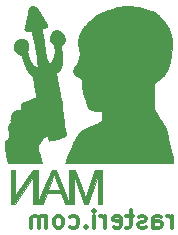
<source format=gbr>
%TF.GenerationSoftware,KiCad,Pcbnew,(6.0.6)*%
%TF.CreationDate,2022-11-01T13:57:14+00:00*%
%TF.ProjectId,ps2usb,70733275-7362-42e6-9b69-6361645f7063,rev?*%
%TF.SameCoordinates,Original*%
%TF.FileFunction,Legend,Bot*%
%TF.FilePolarity,Positive*%
%FSLAX46Y46*%
G04 Gerber Fmt 4.6, Leading zero omitted, Abs format (unit mm)*
G04 Created by KiCad (PCBNEW (6.0.6)) date 2022-11-01 13:57:15*
%MOMM*%
%LPD*%
G01*
G04 APERTURE LIST*
%ADD10C,0.080000*%
%ADD11C,0.300000*%
G04 APERTURE END LIST*
D10*
G36*
X112832903Y-74395215D02*
G01*
X112851735Y-74396955D01*
X112870786Y-74399653D01*
X112890040Y-74403308D01*
X112909477Y-74407920D01*
X112929081Y-74413489D01*
X112968716Y-74427495D01*
X113008801Y-74445324D01*
X113049194Y-74466973D01*
X113089752Y-74492441D01*
X113130331Y-74521725D01*
X113170790Y-74554823D01*
X113210984Y-74591731D01*
X113250771Y-74632449D01*
X113290009Y-74676973D01*
X113328553Y-74725302D01*
X113366262Y-74777432D01*
X113402992Y-74833362D01*
X113438601Y-74893089D01*
X113493776Y-74989108D01*
X113562257Y-75106617D01*
X113635325Y-75230741D01*
X113704260Y-75346602D01*
X113736064Y-75400365D01*
X113767003Y-75453939D01*
X113796310Y-75505908D01*
X113823217Y-75554852D01*
X113846956Y-75599356D01*
X113866761Y-75638001D01*
X113881862Y-75669371D01*
X113891494Y-75692048D01*
X113895186Y-75701294D01*
X113899584Y-75711115D01*
X113904631Y-75721424D01*
X113910271Y-75732136D01*
X113916444Y-75743163D01*
X113923095Y-75754421D01*
X113930166Y-75765821D01*
X113937599Y-75777278D01*
X113945338Y-75788705D01*
X113953325Y-75800015D01*
X113961502Y-75811123D01*
X113969812Y-75821942D01*
X113978198Y-75832385D01*
X113986603Y-75842366D01*
X113994969Y-75851799D01*
X114003240Y-75860596D01*
X114017628Y-75875861D01*
X114030757Y-75890724D01*
X114042619Y-75905199D01*
X114053205Y-75919301D01*
X114062507Y-75933043D01*
X114070518Y-75946440D01*
X114077228Y-75959506D01*
X114082631Y-75972255D01*
X114086718Y-75984702D01*
X114089480Y-75996861D01*
X114090911Y-76008746D01*
X114091001Y-76020372D01*
X114089742Y-76031752D01*
X114087128Y-76042900D01*
X114083148Y-76053832D01*
X114077796Y-76064561D01*
X114071064Y-76075101D01*
X114062942Y-76085467D01*
X114053424Y-76095673D01*
X114042500Y-76105734D01*
X114030164Y-76115662D01*
X114016407Y-76125473D01*
X114001220Y-76135182D01*
X113984596Y-76144801D01*
X113966526Y-76154346D01*
X113947003Y-76163830D01*
X113926019Y-76173268D01*
X113903564Y-76182674D01*
X113879632Y-76192063D01*
X113854215Y-76201448D01*
X113798889Y-76220264D01*
X113643586Y-76270940D01*
X113595940Y-76286815D01*
X113577963Y-76293190D01*
X113587522Y-76350377D01*
X113614856Y-76504605D01*
X113706037Y-77010087D01*
X113757565Y-77300526D01*
X113801879Y-77562854D01*
X113834260Y-77768268D01*
X113849986Y-77887966D01*
X113870777Y-78058785D01*
X113905156Y-78268148D01*
X113948863Y-78496998D01*
X113997637Y-78726276D01*
X114047217Y-78936922D01*
X114093343Y-79109878D01*
X114113778Y-79176267D01*
X114131752Y-79226086D01*
X114146732Y-79256954D01*
X114152933Y-79264536D01*
X114158186Y-79266487D01*
X114208267Y-79252528D01*
X114256300Y-79231634D01*
X114302224Y-79204217D01*
X114345976Y-79170691D01*
X114387494Y-79131469D01*
X114426714Y-79086965D01*
X114463575Y-79037591D01*
X114498015Y-78983761D01*
X114529970Y-78925889D01*
X114559378Y-78864387D01*
X114586177Y-78799670D01*
X114610304Y-78732149D01*
X114631698Y-78662239D01*
X114650295Y-78590353D01*
X114666033Y-78516905D01*
X114678850Y-78442306D01*
X114688683Y-78366972D01*
X114695470Y-78291315D01*
X114699148Y-78215748D01*
X114699655Y-78140684D01*
X114696929Y-78066538D01*
X114690906Y-77993722D01*
X114681525Y-77922650D01*
X114668724Y-77853735D01*
X114652439Y-77787390D01*
X114632608Y-77724028D01*
X114609169Y-77664063D01*
X114582060Y-77607909D01*
X114551217Y-77555977D01*
X114516580Y-77508683D01*
X114478084Y-77466439D01*
X114435668Y-77429658D01*
X114412053Y-77410199D01*
X114390485Y-77389506D01*
X114370951Y-77367638D01*
X114353437Y-77344655D01*
X114337933Y-77320616D01*
X114324424Y-77295582D01*
X114312899Y-77269611D01*
X114303346Y-77242764D01*
X114295750Y-77215101D01*
X114290101Y-77186680D01*
X114286386Y-77157561D01*
X114284591Y-77127804D01*
X114284705Y-77097469D01*
X114286714Y-77066616D01*
X114290608Y-77035303D01*
X114296372Y-77003591D01*
X114303994Y-76971539D01*
X114313463Y-76939207D01*
X114324764Y-76906655D01*
X114337887Y-76873942D01*
X114352818Y-76841128D01*
X114369544Y-76808272D01*
X114388054Y-76775435D01*
X114408335Y-76742675D01*
X114430374Y-76710052D01*
X114454158Y-76677627D01*
X114479676Y-76645458D01*
X114506914Y-76613606D01*
X114535861Y-76582129D01*
X114566503Y-76551089D01*
X114598828Y-76520543D01*
X114632823Y-76490552D01*
X114646155Y-76479865D01*
X114660049Y-76470041D01*
X114674481Y-76461078D01*
X114689427Y-76452972D01*
X114704864Y-76445722D01*
X114720767Y-76439324D01*
X114737113Y-76433775D01*
X114753878Y-76429073D01*
X114771038Y-76425214D01*
X114788570Y-76422195D01*
X114806450Y-76420014D01*
X114824654Y-76418668D01*
X114843158Y-76418153D01*
X114861939Y-76418467D01*
X114880972Y-76419607D01*
X114900234Y-76421570D01*
X114919701Y-76424353D01*
X114939349Y-76427953D01*
X114959156Y-76432368D01*
X114979095Y-76437594D01*
X115019282Y-76450468D01*
X115059718Y-76466552D01*
X115100213Y-76485824D01*
X115140578Y-76508259D01*
X115180623Y-76533835D01*
X115220156Y-76562528D01*
X115256609Y-76592047D01*
X115290939Y-76622686D01*
X115323140Y-76654357D01*
X115353206Y-76686972D01*
X115381129Y-76720444D01*
X115406902Y-76754685D01*
X115430520Y-76789606D01*
X115451976Y-76825121D01*
X115471263Y-76861141D01*
X115488374Y-76897579D01*
X115503302Y-76934348D01*
X115516042Y-76971358D01*
X115526586Y-77008522D01*
X115534927Y-77045754D01*
X115541060Y-77082964D01*
X115544977Y-77120065D01*
X115546671Y-77156970D01*
X115546137Y-77193591D01*
X115543367Y-77229839D01*
X115538355Y-77265627D01*
X115531094Y-77300868D01*
X115521578Y-77335473D01*
X115509799Y-77369355D01*
X115495752Y-77402426D01*
X115479429Y-77434598D01*
X115460824Y-77465784D01*
X115439930Y-77495896D01*
X115416741Y-77524846D01*
X115391249Y-77552545D01*
X115363449Y-77578908D01*
X115333333Y-77603845D01*
X115300896Y-77627269D01*
X115280068Y-77641353D01*
X115261965Y-77654136D01*
X115253914Y-77660252D01*
X115246521Y-77666299D01*
X115239776Y-77672363D01*
X115233673Y-77678528D01*
X115228203Y-77684881D01*
X115223358Y-77691507D01*
X115219131Y-77698490D01*
X115215512Y-77705918D01*
X115212496Y-77713875D01*
X115210072Y-77722446D01*
X115208234Y-77731718D01*
X115206973Y-77741775D01*
X115206282Y-77752703D01*
X115206153Y-77764588D01*
X115206577Y-77777515D01*
X115207547Y-77791570D01*
X115209055Y-77806838D01*
X115211092Y-77823404D01*
X115213651Y-77841354D01*
X115216724Y-77860774D01*
X115224380Y-77904364D01*
X115233996Y-77954858D01*
X115258852Y-78079293D01*
X115282401Y-78203595D01*
X115300765Y-78319053D01*
X115308082Y-78374843D01*
X115314198Y-78430077D01*
X115319145Y-78485306D01*
X115322955Y-78541080D01*
X115325660Y-78597951D01*
X115327291Y-78656472D01*
X115327460Y-78780663D01*
X115323717Y-78918067D01*
X115316317Y-79073092D01*
X115309205Y-79175835D01*
X115299502Y-79271658D01*
X115287013Y-79360873D01*
X115271542Y-79443793D01*
X115252897Y-79520729D01*
X115230882Y-79591993D01*
X115205303Y-79657896D01*
X115175965Y-79718752D01*
X115142673Y-79774870D01*
X115105234Y-79826564D01*
X115063453Y-79874145D01*
X115017134Y-79917925D01*
X114966085Y-79958215D01*
X114910109Y-79995329D01*
X114849013Y-80029576D01*
X114782602Y-80061270D01*
X115274645Y-82324904D01*
X115282509Y-82374882D01*
X115290354Y-82430726D01*
X115297973Y-82490555D01*
X115305156Y-82552487D01*
X115311696Y-82614641D01*
X115317384Y-82675136D01*
X115322011Y-82732091D01*
X115325370Y-82783626D01*
X115338625Y-82990413D01*
X115355236Y-83194913D01*
X115374553Y-83391969D01*
X115395929Y-83576425D01*
X115418713Y-83743126D01*
X115442259Y-83886913D01*
X115465918Y-84002633D01*
X115489040Y-84085127D01*
X115496188Y-84106329D01*
X115502305Y-84126533D01*
X115507389Y-84145791D01*
X115511437Y-84164153D01*
X115514448Y-84181673D01*
X115516419Y-84198401D01*
X115517349Y-84214390D01*
X115517235Y-84229690D01*
X115516076Y-84244353D01*
X115513868Y-84258431D01*
X115510610Y-84271976D01*
X115506300Y-84285039D01*
X115500936Y-84297672D01*
X115494516Y-84309926D01*
X115487037Y-84321853D01*
X115478497Y-84333505D01*
X115468819Y-84346028D01*
X115464500Y-84351907D01*
X115460539Y-84357617D01*
X115456948Y-84363220D01*
X115453734Y-84368782D01*
X115450908Y-84374365D01*
X115448478Y-84380035D01*
X115446455Y-84385854D01*
X115444847Y-84391888D01*
X115443664Y-84398199D01*
X115442915Y-84404852D01*
X115442610Y-84411911D01*
X115442758Y-84419440D01*
X115443368Y-84427502D01*
X115444450Y-84436162D01*
X115446014Y-84445483D01*
X115448068Y-84455530D01*
X115450622Y-84466366D01*
X115453686Y-84478056D01*
X115457268Y-84490663D01*
X115461379Y-84504252D01*
X115466027Y-84518886D01*
X115471223Y-84534629D01*
X115483292Y-84569698D01*
X115497662Y-84609972D01*
X115514409Y-84655962D01*
X115533606Y-84708180D01*
X115559294Y-84780810D01*
X115581187Y-84849073D01*
X115599274Y-84913127D01*
X115613545Y-84973130D01*
X115623987Y-85029240D01*
X115630590Y-85081616D01*
X115633343Y-85130414D01*
X115632235Y-85175793D01*
X115627255Y-85217911D01*
X115618392Y-85256927D01*
X115605634Y-85292998D01*
X115588971Y-85326282D01*
X115568392Y-85356937D01*
X115543885Y-85385121D01*
X115515440Y-85410993D01*
X115483046Y-85434710D01*
X115447924Y-85454723D01*
X115400712Y-85476767D01*
X115342965Y-85500406D01*
X115276239Y-85525204D01*
X115122068Y-85576537D01*
X114950642Y-85627277D01*
X114774404Y-85673940D01*
X114605796Y-85713040D01*
X114528242Y-85728665D01*
X114457262Y-85741091D01*
X114394411Y-85749884D01*
X114341244Y-85754607D01*
X114230161Y-85760519D01*
X114158392Y-85561917D01*
X114134599Y-85496456D01*
X114115963Y-85447390D01*
X114108095Y-85428323D01*
X114100935Y-85412536D01*
X114094290Y-85399756D01*
X114087964Y-85389711D01*
X114081766Y-85382128D01*
X114078654Y-85379174D01*
X114075500Y-85376734D01*
X114072282Y-85374772D01*
X114068974Y-85373255D01*
X114065552Y-85372150D01*
X114061993Y-85371420D01*
X114054363Y-85370955D01*
X114045891Y-85371588D01*
X114025646Y-85375054D01*
X114009922Y-85379006D01*
X113989929Y-85385500D01*
X113940052Y-85404705D01*
X113881846Y-85429858D01*
X113821145Y-85458147D01*
X113763780Y-85486763D01*
X113715585Y-85512893D01*
X113696748Y-85524148D01*
X113682390Y-85533727D01*
X113673241Y-85541280D01*
X113670847Y-85544186D01*
X113670029Y-85546454D01*
X113669954Y-85547292D01*
X113669732Y-85548351D01*
X113668858Y-85551110D01*
X113667439Y-85554677D01*
X113665503Y-85558999D01*
X113663080Y-85564022D01*
X113660198Y-85569693D01*
X113653178Y-85582768D01*
X113644678Y-85597796D01*
X113634933Y-85614353D01*
X113624178Y-85632011D01*
X113612648Y-85650346D01*
X113584867Y-85694631D01*
X113551662Y-85748793D01*
X113517200Y-85805977D01*
X113485648Y-85859324D01*
X113470141Y-85885004D01*
X113452722Y-85912340D01*
X113433985Y-85940493D01*
X113414521Y-85968621D01*
X113394923Y-85995885D01*
X113375782Y-86021444D01*
X113357691Y-86044458D01*
X113341243Y-86064087D01*
X113333304Y-86074000D01*
X113325884Y-86084952D01*
X113318982Y-86096902D01*
X113312597Y-86109811D01*
X113306730Y-86123637D01*
X113301380Y-86138339D01*
X113292232Y-86170212D01*
X113285151Y-86205104D01*
X113280137Y-86242691D01*
X113277189Y-86282647D01*
X113276306Y-86324647D01*
X113277486Y-86368366D01*
X113280728Y-86413480D01*
X113286032Y-86459663D01*
X113293396Y-86506591D01*
X113302819Y-86553937D01*
X113314301Y-86601378D01*
X113327839Y-86648589D01*
X113343434Y-86695243D01*
X113371518Y-86780262D01*
X113415605Y-86921624D01*
X113469649Y-87099656D01*
X113527608Y-87294689D01*
X113580306Y-87470386D01*
X113641793Y-87671638D01*
X110727159Y-87671638D01*
X110611983Y-87040689D01*
X110565715Y-86783403D01*
X110528679Y-86562016D01*
X110500690Y-86374770D01*
X110481562Y-86219907D01*
X110471109Y-86095670D01*
X110469146Y-86000300D01*
X110471290Y-85962891D01*
X110475486Y-85932039D01*
X110481712Y-85907526D01*
X110489945Y-85889131D01*
X110492877Y-85884784D01*
X110497419Y-85878811D01*
X110510948Y-85862408D01*
X110529769Y-85840767D01*
X110553114Y-85814730D01*
X110580218Y-85785142D01*
X110610317Y-85752845D01*
X110642644Y-85718683D01*
X110676434Y-85683500D01*
X110710540Y-85647673D01*
X110741178Y-85614177D01*
X110768456Y-85582771D01*
X110792481Y-85553212D01*
X110813359Y-85525258D01*
X110831199Y-85498667D01*
X110846106Y-85473195D01*
X110858188Y-85448602D01*
X110863204Y-85436559D01*
X110867553Y-85424644D01*
X110871249Y-85412827D01*
X110874306Y-85401079D01*
X110876736Y-85389368D01*
X110878554Y-85377665D01*
X110879773Y-85365939D01*
X110880406Y-85354160D01*
X110879968Y-85330321D01*
X110877346Y-85305906D01*
X110872649Y-85280673D01*
X110865983Y-85254379D01*
X110860859Y-85235605D01*
X110855311Y-85214080D01*
X110843649Y-85165812D01*
X110832405Y-85115638D01*
X110827380Y-85091732D01*
X110822988Y-85069625D01*
X110803463Y-84969059D01*
X110783879Y-84869948D01*
X110776434Y-84827399D01*
X110771109Y-84785055D01*
X110767867Y-84743088D01*
X110766674Y-84701670D01*
X110767495Y-84660973D01*
X110770292Y-84621169D01*
X110775032Y-84582430D01*
X110781678Y-84544928D01*
X110790196Y-84508836D01*
X110800548Y-84474325D01*
X110812701Y-84441567D01*
X110826618Y-84410736D01*
X110842264Y-84382002D01*
X110859604Y-84355537D01*
X110878601Y-84331515D01*
X110899221Y-84310106D01*
X110912131Y-84297988D01*
X110923414Y-84287168D01*
X110933162Y-84277336D01*
X110937489Y-84272693D01*
X110941468Y-84268180D01*
X110945109Y-84263759D01*
X110948425Y-84259391D01*
X110951426Y-84255036D01*
X110954124Y-84250657D01*
X110956531Y-84246214D01*
X110958659Y-84241668D01*
X110960518Y-84236981D01*
X110962121Y-84232113D01*
X110963479Y-84227027D01*
X110964603Y-84221682D01*
X110965506Y-84216041D01*
X110966198Y-84210064D01*
X110966692Y-84203713D01*
X110966998Y-84196948D01*
X110967129Y-84189731D01*
X110967096Y-84182023D01*
X110966583Y-84164979D01*
X110965553Y-84145506D01*
X110962308Y-84098026D01*
X110958289Y-84002319D01*
X110960130Y-83910764D01*
X110967707Y-83823562D01*
X110980897Y-83740914D01*
X110999573Y-83663021D01*
X111023613Y-83590085D01*
X111052892Y-83522307D01*
X111069457Y-83490416D01*
X111087285Y-83459889D01*
X111106361Y-83430752D01*
X111126668Y-83403030D01*
X111148192Y-83376749D01*
X111170917Y-83351933D01*
X111194827Y-83328608D01*
X111219906Y-83306798D01*
X111246140Y-83286530D01*
X111273513Y-83267827D01*
X111302008Y-83250716D01*
X111331611Y-83235222D01*
X111362306Y-83221368D01*
X111394078Y-83209182D01*
X111426910Y-83198687D01*
X111460788Y-83189910D01*
X111495696Y-83182874D01*
X111531617Y-83177606D01*
X111552924Y-83174666D01*
X111576608Y-83170729D01*
X111601881Y-83165966D01*
X111627950Y-83160549D01*
X111654027Y-83154650D01*
X111679319Y-83148439D01*
X111703038Y-83142089D01*
X111724391Y-83135770D01*
X111820923Y-83105466D01*
X111820923Y-82954075D01*
X111821979Y-82910918D01*
X111825128Y-82869616D01*
X111830335Y-82830225D01*
X111837569Y-82792802D01*
X111846796Y-82757404D01*
X111857985Y-82724088D01*
X111871103Y-82692910D01*
X111886117Y-82663928D01*
X111902994Y-82637199D01*
X111921703Y-82612778D01*
X111942209Y-82590723D01*
X111964482Y-82571091D01*
X111988488Y-82553938D01*
X112014195Y-82539322D01*
X112041570Y-82527299D01*
X112070581Y-82517926D01*
X112090604Y-82511807D01*
X112115326Y-82503067D01*
X112143772Y-82492114D01*
X112174972Y-82479357D01*
X112207951Y-82465205D01*
X112241736Y-82450065D01*
X112275356Y-82434347D01*
X112307838Y-82418460D01*
X112401694Y-82373503D01*
X112498030Y-82331303D01*
X112595011Y-82292492D01*
X112690799Y-82257702D01*
X112783560Y-82227567D01*
X112871457Y-82202717D01*
X112913008Y-82192472D01*
X112952654Y-82183786D01*
X112990166Y-82176737D01*
X113025315Y-82171405D01*
X113043061Y-82165196D01*
X113057946Y-82151862D01*
X113070102Y-82131779D01*
X113079664Y-82105320D01*
X113086764Y-82072860D01*
X113091538Y-82034773D01*
X113094640Y-81943215D01*
X113090037Y-81833640D01*
X113078801Y-81709042D01*
X113062001Y-81572415D01*
X113040706Y-81426754D01*
X112988912Y-81120304D01*
X112931979Y-80813645D01*
X112878463Y-80530729D01*
X112836922Y-80295509D01*
X112823500Y-80288268D01*
X112809986Y-80280622D01*
X112796316Y-80272532D01*
X112782423Y-80263963D01*
X112768243Y-80254878D01*
X112753708Y-80245240D01*
X112738755Y-80235010D01*
X112723316Y-80224154D01*
X112697030Y-80204361D01*
X112670616Y-80182354D01*
X112617521Y-80131922D01*
X112564270Y-80073311D01*
X112511097Y-80006973D01*
X112458240Y-79933359D01*
X112405935Y-79852923D01*
X112354417Y-79766117D01*
X112303924Y-79673393D01*
X112254691Y-79575204D01*
X112206955Y-79472001D01*
X112160952Y-79364237D01*
X112116919Y-79252364D01*
X112075090Y-79136835D01*
X112035704Y-79018102D01*
X111998996Y-78896617D01*
X111965202Y-78772832D01*
X111900298Y-78521684D01*
X111785535Y-78494895D01*
X111710557Y-78473814D01*
X111641533Y-78447261D01*
X111578396Y-78415650D01*
X111521076Y-78379397D01*
X111469508Y-78338917D01*
X111423621Y-78294625D01*
X111383350Y-78246936D01*
X111348625Y-78196264D01*
X111319380Y-78143026D01*
X111295545Y-78087635D01*
X111277055Y-78030508D01*
X111263840Y-77972059D01*
X111255832Y-77912702D01*
X111252965Y-77852854D01*
X111255169Y-77792929D01*
X111262378Y-77733342D01*
X111274523Y-77674509D01*
X111291537Y-77616843D01*
X111313352Y-77560762D01*
X111339900Y-77506678D01*
X111371112Y-77455008D01*
X111406922Y-77406166D01*
X111447262Y-77360568D01*
X111492063Y-77318628D01*
X111541257Y-77280762D01*
X111594778Y-77247384D01*
X111652557Y-77218910D01*
X111714526Y-77195755D01*
X111780617Y-77178333D01*
X111850763Y-77167060D01*
X111924896Y-77162351D01*
X112002948Y-77164620D01*
X112035476Y-77168426D01*
X112067180Y-77174919D01*
X112098013Y-77183991D01*
X112127931Y-77195538D01*
X112156886Y-77209453D01*
X112184832Y-77225630D01*
X112211724Y-77243963D01*
X112237516Y-77264347D01*
X112262161Y-77286675D01*
X112285613Y-77310842D01*
X112307826Y-77336741D01*
X112328755Y-77364266D01*
X112348352Y-77393312D01*
X112366573Y-77423772D01*
X112383370Y-77455540D01*
X112398699Y-77488511D01*
X112412512Y-77522579D01*
X112424764Y-77557637D01*
X112435409Y-77593579D01*
X112444400Y-77630300D01*
X112451692Y-77667694D01*
X112457238Y-77705654D01*
X112460993Y-77744075D01*
X112462910Y-77782850D01*
X112462943Y-77821874D01*
X112461046Y-77861041D01*
X112457174Y-77900244D01*
X112451280Y-77939378D01*
X112443317Y-77978336D01*
X112433241Y-78017014D01*
X112421004Y-78055304D01*
X112406561Y-78093101D01*
X112357572Y-78211171D01*
X112438435Y-78497872D01*
X112464631Y-78584770D01*
X112493997Y-78671380D01*
X112526145Y-78757042D01*
X112560685Y-78841096D01*
X112597226Y-78922880D01*
X112635379Y-79001733D01*
X112674755Y-79076995D01*
X112714962Y-79148005D01*
X112755613Y-79214101D01*
X112796316Y-79274624D01*
X112836682Y-79328911D01*
X112876321Y-79376303D01*
X112914844Y-79416138D01*
X112951861Y-79447755D01*
X112986981Y-79470493D01*
X113003708Y-79478327D01*
X113019816Y-79483693D01*
X113034960Y-79487149D01*
X113051980Y-79490195D01*
X113070476Y-79492825D01*
X113090047Y-79495034D01*
X113130818Y-79498169D01*
X113171096Y-79499558D01*
X113207682Y-79499161D01*
X113223592Y-79498279D01*
X113237379Y-79496935D01*
X113248645Y-79495124D01*
X113256990Y-79492840D01*
X113259942Y-79491520D01*
X113262013Y-79490079D01*
X113263154Y-79488518D01*
X113263315Y-79486835D01*
X113253697Y-79391838D01*
X113232682Y-79174131D01*
X113222701Y-79085475D01*
X113207373Y-78972662D01*
X113186674Y-78835540D01*
X113160577Y-78673957D01*
X113092089Y-78276801D01*
X113001709Y-77779982D01*
X112856493Y-76979416D01*
X112810243Y-76711421D01*
X112790786Y-76583942D01*
X112787672Y-76548690D01*
X112786190Y-76534466D01*
X112784630Y-76522322D01*
X112782896Y-76512120D01*
X112780892Y-76503720D01*
X112779759Y-76500152D01*
X112778522Y-76496981D01*
X112777170Y-76494191D01*
X112775690Y-76491764D01*
X112774071Y-76489683D01*
X112772300Y-76487929D01*
X112770366Y-76486486D01*
X112768256Y-76485336D01*
X112765959Y-76484462D01*
X112763463Y-76483845D01*
X112760755Y-76483470D01*
X112757823Y-76483317D01*
X112751242Y-76483611D01*
X112743623Y-76484588D01*
X112724888Y-76488031D01*
X112694194Y-76493395D01*
X112662469Y-76497734D01*
X112629974Y-76501064D01*
X112596973Y-76503400D01*
X112563726Y-76504759D01*
X112530497Y-76505156D01*
X112497547Y-76504607D01*
X112465140Y-76503128D01*
X112433537Y-76500734D01*
X112403000Y-76497443D01*
X112373792Y-76493268D01*
X112346175Y-76488227D01*
X112320412Y-76482335D01*
X112296764Y-76475608D01*
X112275495Y-76468062D01*
X112256865Y-76459712D01*
X112245405Y-76453736D01*
X112234577Y-76447758D01*
X112224376Y-76441758D01*
X112214795Y-76435714D01*
X112205831Y-76429607D01*
X112197476Y-76423417D01*
X112189725Y-76417124D01*
X112182573Y-76410707D01*
X112176014Y-76404145D01*
X112170043Y-76397420D01*
X112164653Y-76390510D01*
X112159840Y-76383395D01*
X112155598Y-76376056D01*
X112151921Y-76368471D01*
X112148803Y-76360621D01*
X112146239Y-76352486D01*
X112144224Y-76344045D01*
X112142752Y-76335277D01*
X112141816Y-76326164D01*
X112141413Y-76316684D01*
X112141535Y-76306817D01*
X112142178Y-76296543D01*
X112143336Y-76285842D01*
X112145003Y-76274694D01*
X112147173Y-76263078D01*
X112149842Y-76250974D01*
X112153003Y-76238363D01*
X112156651Y-76225223D01*
X112165386Y-76197277D01*
X112176001Y-76166975D01*
X112211628Y-76053855D01*
X112253425Y-75896555D01*
X112298140Y-75710287D01*
X112342522Y-75510263D01*
X112383321Y-75311694D01*
X112417285Y-75129793D01*
X112441163Y-74979772D01*
X112448304Y-74921470D01*
X112451705Y-74876842D01*
X112455627Y-74817765D01*
X112462714Y-74762556D01*
X112472824Y-74711213D01*
X112485814Y-74663733D01*
X112501540Y-74620114D01*
X112510385Y-74599752D01*
X112519861Y-74580354D01*
X112529950Y-74561920D01*
X112540633Y-74544450D01*
X112551893Y-74527943D01*
X112563713Y-74512399D01*
X112576074Y-74497818D01*
X112588959Y-74484199D01*
X112602349Y-74471543D01*
X112616227Y-74459849D01*
X112630575Y-74449116D01*
X112645375Y-74439344D01*
X112660609Y-74430534D01*
X112676259Y-74422684D01*
X112692308Y-74415794D01*
X112708738Y-74409865D01*
X112725530Y-74404895D01*
X112742668Y-74400885D01*
X112760132Y-74397834D01*
X112777906Y-74395742D01*
X112814309Y-74394433D01*
X112832903Y-74395215D01*
G37*
X112832903Y-74395215D02*
X112851735Y-74396955D01*
X112870786Y-74399653D01*
X112890040Y-74403308D01*
X112909477Y-74407920D01*
X112929081Y-74413489D01*
X112968716Y-74427495D01*
X113008801Y-74445324D01*
X113049194Y-74466973D01*
X113089752Y-74492441D01*
X113130331Y-74521725D01*
X113170790Y-74554823D01*
X113210984Y-74591731D01*
X113250771Y-74632449D01*
X113290009Y-74676973D01*
X113328553Y-74725302D01*
X113366262Y-74777432D01*
X113402992Y-74833362D01*
X113438601Y-74893089D01*
X113493776Y-74989108D01*
X113562257Y-75106617D01*
X113635325Y-75230741D01*
X113704260Y-75346602D01*
X113736064Y-75400365D01*
X113767003Y-75453939D01*
X113796310Y-75505908D01*
X113823217Y-75554852D01*
X113846956Y-75599356D01*
X113866761Y-75638001D01*
X113881862Y-75669371D01*
X113891494Y-75692048D01*
X113895186Y-75701294D01*
X113899584Y-75711115D01*
X113904631Y-75721424D01*
X113910271Y-75732136D01*
X113916444Y-75743163D01*
X113923095Y-75754421D01*
X113930166Y-75765821D01*
X113937599Y-75777278D01*
X113945338Y-75788705D01*
X113953325Y-75800015D01*
X113961502Y-75811123D01*
X113969812Y-75821942D01*
X113978198Y-75832385D01*
X113986603Y-75842366D01*
X113994969Y-75851799D01*
X114003240Y-75860596D01*
X114017628Y-75875861D01*
X114030757Y-75890724D01*
X114042619Y-75905199D01*
X114053205Y-75919301D01*
X114062507Y-75933043D01*
X114070518Y-75946440D01*
X114077228Y-75959506D01*
X114082631Y-75972255D01*
X114086718Y-75984702D01*
X114089480Y-75996861D01*
X114090911Y-76008746D01*
X114091001Y-76020372D01*
X114089742Y-76031752D01*
X114087128Y-76042900D01*
X114083148Y-76053832D01*
X114077796Y-76064561D01*
X114071064Y-76075101D01*
X114062942Y-76085467D01*
X114053424Y-76095673D01*
X114042500Y-76105734D01*
X114030164Y-76115662D01*
X114016407Y-76125473D01*
X114001220Y-76135182D01*
X113984596Y-76144801D01*
X113966526Y-76154346D01*
X113947003Y-76163830D01*
X113926019Y-76173268D01*
X113903564Y-76182674D01*
X113879632Y-76192063D01*
X113854215Y-76201448D01*
X113798889Y-76220264D01*
X113643586Y-76270940D01*
X113595940Y-76286815D01*
X113577963Y-76293190D01*
X113587522Y-76350377D01*
X113614856Y-76504605D01*
X113706037Y-77010087D01*
X113757565Y-77300526D01*
X113801879Y-77562854D01*
X113834260Y-77768268D01*
X113849986Y-77887966D01*
X113870777Y-78058785D01*
X113905156Y-78268148D01*
X113948863Y-78496998D01*
X113997637Y-78726276D01*
X114047217Y-78936922D01*
X114093343Y-79109878D01*
X114113778Y-79176267D01*
X114131752Y-79226086D01*
X114146732Y-79256954D01*
X114152933Y-79264536D01*
X114158186Y-79266487D01*
X114208267Y-79252528D01*
X114256300Y-79231634D01*
X114302224Y-79204217D01*
X114345976Y-79170691D01*
X114387494Y-79131469D01*
X114426714Y-79086965D01*
X114463575Y-79037591D01*
X114498015Y-78983761D01*
X114529970Y-78925889D01*
X114559378Y-78864387D01*
X114586177Y-78799670D01*
X114610304Y-78732149D01*
X114631698Y-78662239D01*
X114650295Y-78590353D01*
X114666033Y-78516905D01*
X114678850Y-78442306D01*
X114688683Y-78366972D01*
X114695470Y-78291315D01*
X114699148Y-78215748D01*
X114699655Y-78140684D01*
X114696929Y-78066538D01*
X114690906Y-77993722D01*
X114681525Y-77922650D01*
X114668724Y-77853735D01*
X114652439Y-77787390D01*
X114632608Y-77724028D01*
X114609169Y-77664063D01*
X114582060Y-77607909D01*
X114551217Y-77555977D01*
X114516580Y-77508683D01*
X114478084Y-77466439D01*
X114435668Y-77429658D01*
X114412053Y-77410199D01*
X114390485Y-77389506D01*
X114370951Y-77367638D01*
X114353437Y-77344655D01*
X114337933Y-77320616D01*
X114324424Y-77295582D01*
X114312899Y-77269611D01*
X114303346Y-77242764D01*
X114295750Y-77215101D01*
X114290101Y-77186680D01*
X114286386Y-77157561D01*
X114284591Y-77127804D01*
X114284705Y-77097469D01*
X114286714Y-77066616D01*
X114290608Y-77035303D01*
X114296372Y-77003591D01*
X114303994Y-76971539D01*
X114313463Y-76939207D01*
X114324764Y-76906655D01*
X114337887Y-76873942D01*
X114352818Y-76841128D01*
X114369544Y-76808272D01*
X114388054Y-76775435D01*
X114408335Y-76742675D01*
X114430374Y-76710052D01*
X114454158Y-76677627D01*
X114479676Y-76645458D01*
X114506914Y-76613606D01*
X114535861Y-76582129D01*
X114566503Y-76551089D01*
X114598828Y-76520543D01*
X114632823Y-76490552D01*
X114646155Y-76479865D01*
X114660049Y-76470041D01*
X114674481Y-76461078D01*
X114689427Y-76452972D01*
X114704864Y-76445722D01*
X114720767Y-76439324D01*
X114737113Y-76433775D01*
X114753878Y-76429073D01*
X114771038Y-76425214D01*
X114788570Y-76422195D01*
X114806450Y-76420014D01*
X114824654Y-76418668D01*
X114843158Y-76418153D01*
X114861939Y-76418467D01*
X114880972Y-76419607D01*
X114900234Y-76421570D01*
X114919701Y-76424353D01*
X114939349Y-76427953D01*
X114959156Y-76432368D01*
X114979095Y-76437594D01*
X115019282Y-76450468D01*
X115059718Y-76466552D01*
X115100213Y-76485824D01*
X115140578Y-76508259D01*
X115180623Y-76533835D01*
X115220156Y-76562528D01*
X115256609Y-76592047D01*
X115290939Y-76622686D01*
X115323140Y-76654357D01*
X115353206Y-76686972D01*
X115381129Y-76720444D01*
X115406902Y-76754685D01*
X115430520Y-76789606D01*
X115451976Y-76825121D01*
X115471263Y-76861141D01*
X115488374Y-76897579D01*
X115503302Y-76934348D01*
X115516042Y-76971358D01*
X115526586Y-77008522D01*
X115534927Y-77045754D01*
X115541060Y-77082964D01*
X115544977Y-77120065D01*
X115546671Y-77156970D01*
X115546137Y-77193591D01*
X115543367Y-77229839D01*
X115538355Y-77265627D01*
X115531094Y-77300868D01*
X115521578Y-77335473D01*
X115509799Y-77369355D01*
X115495752Y-77402426D01*
X115479429Y-77434598D01*
X115460824Y-77465784D01*
X115439930Y-77495896D01*
X115416741Y-77524846D01*
X115391249Y-77552545D01*
X115363449Y-77578908D01*
X115333333Y-77603845D01*
X115300896Y-77627269D01*
X115280068Y-77641353D01*
X115261965Y-77654136D01*
X115253914Y-77660252D01*
X115246521Y-77666299D01*
X115239776Y-77672363D01*
X115233673Y-77678528D01*
X115228203Y-77684881D01*
X115223358Y-77691507D01*
X115219131Y-77698490D01*
X115215512Y-77705918D01*
X115212496Y-77713875D01*
X115210072Y-77722446D01*
X115208234Y-77731718D01*
X115206973Y-77741775D01*
X115206282Y-77752703D01*
X115206153Y-77764588D01*
X115206577Y-77777515D01*
X115207547Y-77791570D01*
X115209055Y-77806838D01*
X115211092Y-77823404D01*
X115213651Y-77841354D01*
X115216724Y-77860774D01*
X115224380Y-77904364D01*
X115233996Y-77954858D01*
X115258852Y-78079293D01*
X115282401Y-78203595D01*
X115300765Y-78319053D01*
X115308082Y-78374843D01*
X115314198Y-78430077D01*
X115319145Y-78485306D01*
X115322955Y-78541080D01*
X115325660Y-78597951D01*
X115327291Y-78656472D01*
X115327460Y-78780663D01*
X115323717Y-78918067D01*
X115316317Y-79073092D01*
X115309205Y-79175835D01*
X115299502Y-79271658D01*
X115287013Y-79360873D01*
X115271542Y-79443793D01*
X115252897Y-79520729D01*
X115230882Y-79591993D01*
X115205303Y-79657896D01*
X115175965Y-79718752D01*
X115142673Y-79774870D01*
X115105234Y-79826564D01*
X115063453Y-79874145D01*
X115017134Y-79917925D01*
X114966085Y-79958215D01*
X114910109Y-79995329D01*
X114849013Y-80029576D01*
X114782602Y-80061270D01*
X115274645Y-82324904D01*
X115282509Y-82374882D01*
X115290354Y-82430726D01*
X115297973Y-82490555D01*
X115305156Y-82552487D01*
X115311696Y-82614641D01*
X115317384Y-82675136D01*
X115322011Y-82732091D01*
X115325370Y-82783626D01*
X115338625Y-82990413D01*
X115355236Y-83194913D01*
X115374553Y-83391969D01*
X115395929Y-83576425D01*
X115418713Y-83743126D01*
X115442259Y-83886913D01*
X115465918Y-84002633D01*
X115489040Y-84085127D01*
X115496188Y-84106329D01*
X115502305Y-84126533D01*
X115507389Y-84145791D01*
X115511437Y-84164153D01*
X115514448Y-84181673D01*
X115516419Y-84198401D01*
X115517349Y-84214390D01*
X115517235Y-84229690D01*
X115516076Y-84244353D01*
X115513868Y-84258431D01*
X115510610Y-84271976D01*
X115506300Y-84285039D01*
X115500936Y-84297672D01*
X115494516Y-84309926D01*
X115487037Y-84321853D01*
X115478497Y-84333505D01*
X115468819Y-84346028D01*
X115464500Y-84351907D01*
X115460539Y-84357617D01*
X115456948Y-84363220D01*
X115453734Y-84368782D01*
X115450908Y-84374365D01*
X115448478Y-84380035D01*
X115446455Y-84385854D01*
X115444847Y-84391888D01*
X115443664Y-84398199D01*
X115442915Y-84404852D01*
X115442610Y-84411911D01*
X115442758Y-84419440D01*
X115443368Y-84427502D01*
X115444450Y-84436162D01*
X115446014Y-84445483D01*
X115448068Y-84455530D01*
X115450622Y-84466366D01*
X115453686Y-84478056D01*
X115457268Y-84490663D01*
X115461379Y-84504252D01*
X115466027Y-84518886D01*
X115471223Y-84534629D01*
X115483292Y-84569698D01*
X115497662Y-84609972D01*
X115514409Y-84655962D01*
X115533606Y-84708180D01*
X115559294Y-84780810D01*
X115581187Y-84849073D01*
X115599274Y-84913127D01*
X115613545Y-84973130D01*
X115623987Y-85029240D01*
X115630590Y-85081616D01*
X115633343Y-85130414D01*
X115632235Y-85175793D01*
X115627255Y-85217911D01*
X115618392Y-85256927D01*
X115605634Y-85292998D01*
X115588971Y-85326282D01*
X115568392Y-85356937D01*
X115543885Y-85385121D01*
X115515440Y-85410993D01*
X115483046Y-85434710D01*
X115447924Y-85454723D01*
X115400712Y-85476767D01*
X115342965Y-85500406D01*
X115276239Y-85525204D01*
X115122068Y-85576537D01*
X114950642Y-85627277D01*
X114774404Y-85673940D01*
X114605796Y-85713040D01*
X114528242Y-85728665D01*
X114457262Y-85741091D01*
X114394411Y-85749884D01*
X114341244Y-85754607D01*
X114230161Y-85760519D01*
X114158392Y-85561917D01*
X114134599Y-85496456D01*
X114115963Y-85447390D01*
X114108095Y-85428323D01*
X114100935Y-85412536D01*
X114094290Y-85399756D01*
X114087964Y-85389711D01*
X114081766Y-85382128D01*
X114078654Y-85379174D01*
X114075500Y-85376734D01*
X114072282Y-85374772D01*
X114068974Y-85373255D01*
X114065552Y-85372150D01*
X114061993Y-85371420D01*
X114054363Y-85370955D01*
X114045891Y-85371588D01*
X114025646Y-85375054D01*
X114009922Y-85379006D01*
X113989929Y-85385500D01*
X113940052Y-85404705D01*
X113881846Y-85429858D01*
X113821145Y-85458147D01*
X113763780Y-85486763D01*
X113715585Y-85512893D01*
X113696748Y-85524148D01*
X113682390Y-85533727D01*
X113673241Y-85541280D01*
X113670847Y-85544186D01*
X113670029Y-85546454D01*
X113669954Y-85547292D01*
X113669732Y-85548351D01*
X113668858Y-85551110D01*
X113667439Y-85554677D01*
X113665503Y-85558999D01*
X113663080Y-85564022D01*
X113660198Y-85569693D01*
X113653178Y-85582768D01*
X113644678Y-85597796D01*
X113634933Y-85614353D01*
X113624178Y-85632011D01*
X113612648Y-85650346D01*
X113584867Y-85694631D01*
X113551662Y-85748793D01*
X113517200Y-85805977D01*
X113485648Y-85859324D01*
X113470141Y-85885004D01*
X113452722Y-85912340D01*
X113433985Y-85940493D01*
X113414521Y-85968621D01*
X113394923Y-85995885D01*
X113375782Y-86021444D01*
X113357691Y-86044458D01*
X113341243Y-86064087D01*
X113333304Y-86074000D01*
X113325884Y-86084952D01*
X113318982Y-86096902D01*
X113312597Y-86109811D01*
X113306730Y-86123637D01*
X113301380Y-86138339D01*
X113292232Y-86170212D01*
X113285151Y-86205104D01*
X113280137Y-86242691D01*
X113277189Y-86282647D01*
X113276306Y-86324647D01*
X113277486Y-86368366D01*
X113280728Y-86413480D01*
X113286032Y-86459663D01*
X113293396Y-86506591D01*
X113302819Y-86553937D01*
X113314301Y-86601378D01*
X113327839Y-86648589D01*
X113343434Y-86695243D01*
X113371518Y-86780262D01*
X113415605Y-86921624D01*
X113469649Y-87099656D01*
X113527608Y-87294689D01*
X113580306Y-87470386D01*
X113641793Y-87671638D01*
X110727159Y-87671638D01*
X110611983Y-87040689D01*
X110565715Y-86783403D01*
X110528679Y-86562016D01*
X110500690Y-86374770D01*
X110481562Y-86219907D01*
X110471109Y-86095670D01*
X110469146Y-86000300D01*
X110471290Y-85962891D01*
X110475486Y-85932039D01*
X110481712Y-85907526D01*
X110489945Y-85889131D01*
X110492877Y-85884784D01*
X110497419Y-85878811D01*
X110510948Y-85862408D01*
X110529769Y-85840767D01*
X110553114Y-85814730D01*
X110580218Y-85785142D01*
X110610317Y-85752845D01*
X110642644Y-85718683D01*
X110676434Y-85683500D01*
X110710540Y-85647673D01*
X110741178Y-85614177D01*
X110768456Y-85582771D01*
X110792481Y-85553212D01*
X110813359Y-85525258D01*
X110831199Y-85498667D01*
X110846106Y-85473195D01*
X110858188Y-85448602D01*
X110863204Y-85436559D01*
X110867553Y-85424644D01*
X110871249Y-85412827D01*
X110874306Y-85401079D01*
X110876736Y-85389368D01*
X110878554Y-85377665D01*
X110879773Y-85365939D01*
X110880406Y-85354160D01*
X110879968Y-85330321D01*
X110877346Y-85305906D01*
X110872649Y-85280673D01*
X110865983Y-85254379D01*
X110860859Y-85235605D01*
X110855311Y-85214080D01*
X110843649Y-85165812D01*
X110832405Y-85115638D01*
X110827380Y-85091732D01*
X110822988Y-85069625D01*
X110803463Y-84969059D01*
X110783879Y-84869948D01*
X110776434Y-84827399D01*
X110771109Y-84785055D01*
X110767867Y-84743088D01*
X110766674Y-84701670D01*
X110767495Y-84660973D01*
X110770292Y-84621169D01*
X110775032Y-84582430D01*
X110781678Y-84544928D01*
X110790196Y-84508836D01*
X110800548Y-84474325D01*
X110812701Y-84441567D01*
X110826618Y-84410736D01*
X110842264Y-84382002D01*
X110859604Y-84355537D01*
X110878601Y-84331515D01*
X110899221Y-84310106D01*
X110912131Y-84297988D01*
X110923414Y-84287168D01*
X110933162Y-84277336D01*
X110937489Y-84272693D01*
X110941468Y-84268180D01*
X110945109Y-84263759D01*
X110948425Y-84259391D01*
X110951426Y-84255036D01*
X110954124Y-84250657D01*
X110956531Y-84246214D01*
X110958659Y-84241668D01*
X110960518Y-84236981D01*
X110962121Y-84232113D01*
X110963479Y-84227027D01*
X110964603Y-84221682D01*
X110965506Y-84216041D01*
X110966198Y-84210064D01*
X110966692Y-84203713D01*
X110966998Y-84196948D01*
X110967129Y-84189731D01*
X110967096Y-84182023D01*
X110966583Y-84164979D01*
X110965553Y-84145506D01*
X110962308Y-84098026D01*
X110958289Y-84002319D01*
X110960130Y-83910764D01*
X110967707Y-83823562D01*
X110980897Y-83740914D01*
X110999573Y-83663021D01*
X111023613Y-83590085D01*
X111052892Y-83522307D01*
X111069457Y-83490416D01*
X111087285Y-83459889D01*
X111106361Y-83430752D01*
X111126668Y-83403030D01*
X111148192Y-83376749D01*
X111170917Y-83351933D01*
X111194827Y-83328608D01*
X111219906Y-83306798D01*
X111246140Y-83286530D01*
X111273513Y-83267827D01*
X111302008Y-83250716D01*
X111331611Y-83235222D01*
X111362306Y-83221368D01*
X111394078Y-83209182D01*
X111426910Y-83198687D01*
X111460788Y-83189910D01*
X111495696Y-83182874D01*
X111531617Y-83177606D01*
X111552924Y-83174666D01*
X111576608Y-83170729D01*
X111601881Y-83165966D01*
X111627950Y-83160549D01*
X111654027Y-83154650D01*
X111679319Y-83148439D01*
X111703038Y-83142089D01*
X111724391Y-83135770D01*
X111820923Y-83105466D01*
X111820923Y-82954075D01*
X111821979Y-82910918D01*
X111825128Y-82869616D01*
X111830335Y-82830225D01*
X111837569Y-82792802D01*
X111846796Y-82757404D01*
X111857985Y-82724088D01*
X111871103Y-82692910D01*
X111886117Y-82663928D01*
X111902994Y-82637199D01*
X111921703Y-82612778D01*
X111942209Y-82590723D01*
X111964482Y-82571091D01*
X111988488Y-82553938D01*
X112014195Y-82539322D01*
X112041570Y-82527299D01*
X112070581Y-82517926D01*
X112090604Y-82511807D01*
X112115326Y-82503067D01*
X112143772Y-82492114D01*
X112174972Y-82479357D01*
X112207951Y-82465205D01*
X112241736Y-82450065D01*
X112275356Y-82434347D01*
X112307838Y-82418460D01*
X112401694Y-82373503D01*
X112498030Y-82331303D01*
X112595011Y-82292492D01*
X112690799Y-82257702D01*
X112783560Y-82227567D01*
X112871457Y-82202717D01*
X112913008Y-82192472D01*
X112952654Y-82183786D01*
X112990166Y-82176737D01*
X113025315Y-82171405D01*
X113043061Y-82165196D01*
X113057946Y-82151862D01*
X113070102Y-82131779D01*
X113079664Y-82105320D01*
X113086764Y-82072860D01*
X113091538Y-82034773D01*
X113094640Y-81943215D01*
X113090037Y-81833640D01*
X113078801Y-81709042D01*
X113062001Y-81572415D01*
X113040706Y-81426754D01*
X112988912Y-81120304D01*
X112931979Y-80813645D01*
X112878463Y-80530729D01*
X112836922Y-80295509D01*
X112823500Y-80288268D01*
X112809986Y-80280622D01*
X112796316Y-80272532D01*
X112782423Y-80263963D01*
X112768243Y-80254878D01*
X112753708Y-80245240D01*
X112738755Y-80235010D01*
X112723316Y-80224154D01*
X112697030Y-80204361D01*
X112670616Y-80182354D01*
X112617521Y-80131922D01*
X112564270Y-80073311D01*
X112511097Y-80006973D01*
X112458240Y-79933359D01*
X112405935Y-79852923D01*
X112354417Y-79766117D01*
X112303924Y-79673393D01*
X112254691Y-79575204D01*
X112206955Y-79472001D01*
X112160952Y-79364237D01*
X112116919Y-79252364D01*
X112075090Y-79136835D01*
X112035704Y-79018102D01*
X111998996Y-78896617D01*
X111965202Y-78772832D01*
X111900298Y-78521684D01*
X111785535Y-78494895D01*
X111710557Y-78473814D01*
X111641533Y-78447261D01*
X111578396Y-78415650D01*
X111521076Y-78379397D01*
X111469508Y-78338917D01*
X111423621Y-78294625D01*
X111383350Y-78246936D01*
X111348625Y-78196264D01*
X111319380Y-78143026D01*
X111295545Y-78087635D01*
X111277055Y-78030508D01*
X111263840Y-77972059D01*
X111255832Y-77912702D01*
X111252965Y-77852854D01*
X111255169Y-77792929D01*
X111262378Y-77733342D01*
X111274523Y-77674509D01*
X111291537Y-77616843D01*
X111313352Y-77560762D01*
X111339900Y-77506678D01*
X111371112Y-77455008D01*
X111406922Y-77406166D01*
X111447262Y-77360568D01*
X111492063Y-77318628D01*
X111541257Y-77280762D01*
X111594778Y-77247384D01*
X111652557Y-77218910D01*
X111714526Y-77195755D01*
X111780617Y-77178333D01*
X111850763Y-77167060D01*
X111924896Y-77162351D01*
X112002948Y-77164620D01*
X112035476Y-77168426D01*
X112067180Y-77174919D01*
X112098013Y-77183991D01*
X112127931Y-77195538D01*
X112156886Y-77209453D01*
X112184832Y-77225630D01*
X112211724Y-77243963D01*
X112237516Y-77264347D01*
X112262161Y-77286675D01*
X112285613Y-77310842D01*
X112307826Y-77336741D01*
X112328755Y-77364266D01*
X112348352Y-77393312D01*
X112366573Y-77423772D01*
X112383370Y-77455540D01*
X112398699Y-77488511D01*
X112412512Y-77522579D01*
X112424764Y-77557637D01*
X112435409Y-77593579D01*
X112444400Y-77630300D01*
X112451692Y-77667694D01*
X112457238Y-77705654D01*
X112460993Y-77744075D01*
X112462910Y-77782850D01*
X112462943Y-77821874D01*
X112461046Y-77861041D01*
X112457174Y-77900244D01*
X112451280Y-77939378D01*
X112443317Y-77978336D01*
X112433241Y-78017014D01*
X112421004Y-78055304D01*
X112406561Y-78093101D01*
X112357572Y-78211171D01*
X112438435Y-78497872D01*
X112464631Y-78584770D01*
X112493997Y-78671380D01*
X112526145Y-78757042D01*
X112560685Y-78841096D01*
X112597226Y-78922880D01*
X112635379Y-79001733D01*
X112674755Y-79076995D01*
X112714962Y-79148005D01*
X112755613Y-79214101D01*
X112796316Y-79274624D01*
X112836682Y-79328911D01*
X112876321Y-79376303D01*
X112914844Y-79416138D01*
X112951861Y-79447755D01*
X112986981Y-79470493D01*
X113003708Y-79478327D01*
X113019816Y-79483693D01*
X113034960Y-79487149D01*
X113051980Y-79490195D01*
X113070476Y-79492825D01*
X113090047Y-79495034D01*
X113130818Y-79498169D01*
X113171096Y-79499558D01*
X113207682Y-79499161D01*
X113223592Y-79498279D01*
X113237379Y-79496935D01*
X113248645Y-79495124D01*
X113256990Y-79492840D01*
X113259942Y-79491520D01*
X113262013Y-79490079D01*
X113263154Y-79488518D01*
X113263315Y-79486835D01*
X113253697Y-79391838D01*
X113232682Y-79174131D01*
X113222701Y-79085475D01*
X113207373Y-78972662D01*
X113186674Y-78835540D01*
X113160577Y-78673957D01*
X113092089Y-78276801D01*
X113001709Y-77779982D01*
X112856493Y-76979416D01*
X112810243Y-76711421D01*
X112790786Y-76583942D01*
X112787672Y-76548690D01*
X112786190Y-76534466D01*
X112784630Y-76522322D01*
X112782896Y-76512120D01*
X112780892Y-76503720D01*
X112779759Y-76500152D01*
X112778522Y-76496981D01*
X112777170Y-76494191D01*
X112775690Y-76491764D01*
X112774071Y-76489683D01*
X112772300Y-76487929D01*
X112770366Y-76486486D01*
X112768256Y-76485336D01*
X112765959Y-76484462D01*
X112763463Y-76483845D01*
X112760755Y-76483470D01*
X112757823Y-76483317D01*
X112751242Y-76483611D01*
X112743623Y-76484588D01*
X112724888Y-76488031D01*
X112694194Y-76493395D01*
X112662469Y-76497734D01*
X112629974Y-76501064D01*
X112596973Y-76503400D01*
X112563726Y-76504759D01*
X112530497Y-76505156D01*
X112497547Y-76504607D01*
X112465140Y-76503128D01*
X112433537Y-76500734D01*
X112403000Y-76497443D01*
X112373792Y-76493268D01*
X112346175Y-76488227D01*
X112320412Y-76482335D01*
X112296764Y-76475608D01*
X112275495Y-76468062D01*
X112256865Y-76459712D01*
X112245405Y-76453736D01*
X112234577Y-76447758D01*
X112224376Y-76441758D01*
X112214795Y-76435714D01*
X112205831Y-76429607D01*
X112197476Y-76423417D01*
X112189725Y-76417124D01*
X112182573Y-76410707D01*
X112176014Y-76404145D01*
X112170043Y-76397420D01*
X112164653Y-76390510D01*
X112159840Y-76383395D01*
X112155598Y-76376056D01*
X112151921Y-76368471D01*
X112148803Y-76360621D01*
X112146239Y-76352486D01*
X112144224Y-76344045D01*
X112142752Y-76335277D01*
X112141816Y-76326164D01*
X112141413Y-76316684D01*
X112141535Y-76306817D01*
X112142178Y-76296543D01*
X112143336Y-76285842D01*
X112145003Y-76274694D01*
X112147173Y-76263078D01*
X112149842Y-76250974D01*
X112153003Y-76238363D01*
X112156651Y-76225223D01*
X112165386Y-76197277D01*
X112176001Y-76166975D01*
X112211628Y-76053855D01*
X112253425Y-75896555D01*
X112298140Y-75710287D01*
X112342522Y-75510263D01*
X112383321Y-75311694D01*
X112417285Y-75129793D01*
X112441163Y-74979772D01*
X112448304Y-74921470D01*
X112451705Y-74876842D01*
X112455627Y-74817765D01*
X112462714Y-74762556D01*
X112472824Y-74711213D01*
X112485814Y-74663733D01*
X112501540Y-74620114D01*
X112510385Y-74599752D01*
X112519861Y-74580354D01*
X112529950Y-74561920D01*
X112540633Y-74544450D01*
X112551893Y-74527943D01*
X112563713Y-74512399D01*
X112576074Y-74497818D01*
X112588959Y-74484199D01*
X112602349Y-74471543D01*
X112616227Y-74459849D01*
X112630575Y-74449116D01*
X112645375Y-74439344D01*
X112660609Y-74430534D01*
X112676259Y-74422684D01*
X112692308Y-74415794D01*
X112708738Y-74409865D01*
X112725530Y-74404895D01*
X112742668Y-74400885D01*
X112760132Y-74397834D01*
X112777906Y-74395742D01*
X112814309Y-74394433D01*
X112832903Y-74395215D01*
G36*
X111345587Y-90484922D02*
G01*
X112862147Y-88217959D01*
X113254090Y-88217959D01*
X113254090Y-91092591D01*
X113248876Y-91105332D01*
X112887753Y-91105332D01*
X112887753Y-88836400D01*
X111371191Y-91105332D01*
X110979249Y-91105332D01*
X110979249Y-88217959D01*
X111345587Y-88217959D01*
X111345587Y-90484922D01*
G37*
X111345587Y-90484922D02*
X112862147Y-88217959D01*
X113254090Y-88217959D01*
X113254090Y-91092591D01*
X113248876Y-91105332D01*
X112887753Y-91105332D01*
X112887753Y-88836400D01*
X111371191Y-91105332D01*
X110979249Y-91105332D01*
X110979249Y-88217959D01*
X111345587Y-88217959D01*
X111345587Y-90484922D01*
G36*
X121079635Y-74396412D02*
G01*
X121273162Y-74404745D01*
X121463167Y-74419433D01*
X121647215Y-74440413D01*
X121822870Y-74467621D01*
X121987695Y-74500991D01*
X122139256Y-74540461D01*
X122275115Y-74585965D01*
X122392837Y-74637440D01*
X122421023Y-74650631D01*
X122455971Y-74665302D01*
X122496296Y-74680961D01*
X122540616Y-74697119D01*
X122587547Y-74713286D01*
X122635705Y-74728970D01*
X122683707Y-74743684D01*
X122730169Y-74756935D01*
X122824703Y-74783273D01*
X122910296Y-74808458D01*
X122988028Y-74833186D01*
X123058981Y-74858154D01*
X123124236Y-74884057D01*
X123184874Y-74911593D01*
X123241976Y-74941456D01*
X123296623Y-74974343D01*
X123349896Y-75010950D01*
X123402877Y-75051975D01*
X123456647Y-75098112D01*
X123512286Y-75150057D01*
X123570877Y-75208508D01*
X123633499Y-75274161D01*
X123775165Y-75429854D01*
X123868867Y-75539885D01*
X123958778Y-75655588D01*
X124044587Y-75776240D01*
X124125986Y-75901117D01*
X124202663Y-76029495D01*
X124274311Y-76160651D01*
X124340618Y-76293861D01*
X124401277Y-76428401D01*
X124455976Y-76563547D01*
X124504406Y-76698575D01*
X124546259Y-76832762D01*
X124581224Y-76965384D01*
X124608991Y-77095717D01*
X124629251Y-77223037D01*
X124641695Y-77346620D01*
X124646012Y-77465744D01*
X124641490Y-77625046D01*
X124628740Y-77825121D01*
X124609532Y-78049952D01*
X124585631Y-78283520D01*
X124558806Y-78509808D01*
X124530823Y-78712800D01*
X124503451Y-78876479D01*
X124490546Y-78938570D01*
X124478456Y-78984826D01*
X124458081Y-79054549D01*
X124432690Y-79146751D01*
X124405522Y-79249430D01*
X124379813Y-79350586D01*
X124353802Y-79447197D01*
X124324312Y-79541397D01*
X124291424Y-79633061D01*
X124255220Y-79722067D01*
X124215784Y-79808290D01*
X124173196Y-79891607D01*
X124127540Y-79971894D01*
X124078897Y-80049026D01*
X124027350Y-80122880D01*
X123972980Y-80193332D01*
X123915871Y-80260259D01*
X123856103Y-80323536D01*
X123793760Y-80383040D01*
X123728923Y-80438646D01*
X123661675Y-80490232D01*
X123592098Y-80537672D01*
X123561734Y-80557785D01*
X123528405Y-80581012D01*
X123493199Y-80606525D01*
X123457202Y-80633497D01*
X123421501Y-80661100D01*
X123387184Y-80688507D01*
X123355338Y-80714890D01*
X123327050Y-80739422D01*
X123227555Y-80827343D01*
X123206416Y-80846556D01*
X123187800Y-80864144D01*
X123172220Y-80879849D01*
X123165730Y-80886914D01*
X123160192Y-80893411D01*
X123156379Y-80899729D01*
X123152608Y-80909267D01*
X123145221Y-80938104D01*
X123138081Y-80980117D01*
X123131237Y-81035500D01*
X123124740Y-81104448D01*
X123118640Y-81187157D01*
X123107832Y-81394634D01*
X123099212Y-81659492D01*
X123093183Y-81983289D01*
X123090145Y-82367585D01*
X123090499Y-82813941D01*
X123091712Y-83079307D01*
X123199798Y-83262186D01*
X123257088Y-83357318D01*
X123323658Y-83464799D01*
X123474405Y-83701042D01*
X123631577Y-83939382D01*
X123706180Y-84049483D01*
X123774716Y-84148284D01*
X123817439Y-84211352D01*
X123859296Y-84277845D01*
X123900132Y-84347385D01*
X123939793Y-84419593D01*
X123978124Y-84494092D01*
X124014972Y-84570503D01*
X124050181Y-84648448D01*
X124083599Y-84727550D01*
X124115069Y-84807430D01*
X124144439Y-84887710D01*
X124171554Y-84968012D01*
X124196258Y-85047958D01*
X124218400Y-85127171D01*
X124237823Y-85205271D01*
X124254373Y-85281881D01*
X124267897Y-85356622D01*
X124295081Y-85513237D01*
X124327638Y-85683070D01*
X124363962Y-85859044D01*
X124402450Y-86034084D01*
X124441498Y-86201114D01*
X124479503Y-86353057D01*
X124514859Y-86482838D01*
X124545964Y-86583380D01*
X124554617Y-86609645D01*
X124561926Y-86633533D01*
X124568077Y-86655405D01*
X124573254Y-86675618D01*
X124577641Y-86694534D01*
X124581421Y-86712511D01*
X124587902Y-86747089D01*
X124594170Y-86782226D01*
X124601699Y-86820800D01*
X124606397Y-86842274D01*
X124611963Y-86865686D01*
X124618581Y-86891395D01*
X124626436Y-86919761D01*
X124631548Y-86943862D01*
X124638181Y-86968143D01*
X124646073Y-86992746D01*
X124654958Y-87017812D01*
X124695177Y-87125545D01*
X124705084Y-87155053D01*
X124714404Y-87185876D01*
X124722876Y-87218154D01*
X124730234Y-87252029D01*
X124736217Y-87287643D01*
X124740560Y-87325137D01*
X124742034Y-87344634D01*
X124743000Y-87364654D01*
X124743424Y-87385216D01*
X124743273Y-87406336D01*
X124737633Y-87671627D01*
X120142181Y-87676755D01*
X115546730Y-87681875D01*
X115615836Y-87544672D01*
X115629720Y-87516255D01*
X115642675Y-87488090D01*
X115654417Y-87460913D01*
X115664663Y-87435458D01*
X115673129Y-87412460D01*
X115679531Y-87392652D01*
X115681870Y-87384175D01*
X115683586Y-87376771D01*
X115684644Y-87370532D01*
X115685009Y-87365551D01*
X115685276Y-87360744D01*
X115686043Y-87355018D01*
X115687285Y-87348447D01*
X115688977Y-87341107D01*
X115691092Y-87333071D01*
X115693606Y-87324414D01*
X115696492Y-87315211D01*
X115699726Y-87305537D01*
X115707131Y-87285072D01*
X115715617Y-87263615D01*
X115724979Y-87241762D01*
X115729925Y-87230874D01*
X115735012Y-87220111D01*
X115745325Y-87198137D01*
X115755488Y-87175358D01*
X115765241Y-87152436D01*
X115774322Y-87130032D01*
X115782469Y-87108807D01*
X115789423Y-87089424D01*
X115794921Y-87072544D01*
X115798702Y-87058828D01*
X115800237Y-87052786D01*
X115801993Y-87046604D01*
X115803950Y-87040325D01*
X115806088Y-87033996D01*
X115808386Y-87027662D01*
X115810824Y-87021368D01*
X115816038Y-87009082D01*
X115818773Y-87003180D01*
X115821566Y-86997499D01*
X115824398Y-86992084D01*
X115827247Y-86986981D01*
X115830094Y-86982235D01*
X115832917Y-86977890D01*
X115835697Y-86973993D01*
X115838414Y-86970589D01*
X115841448Y-86966535D01*
X115845161Y-86960733D01*
X115849501Y-86953293D01*
X115854417Y-86944323D01*
X115865766Y-86922234D01*
X115878795Y-86895341D01*
X115893089Y-86864519D01*
X115908234Y-86830642D01*
X115923816Y-86794587D01*
X115939421Y-86757228D01*
X115955007Y-86719869D01*
X115970539Y-86683814D01*
X115985603Y-86649938D01*
X115999791Y-86619116D01*
X116012691Y-86592222D01*
X116023893Y-86570133D01*
X116032985Y-86553723D01*
X116036612Y-86547921D01*
X116039558Y-86543867D01*
X116045893Y-86534852D01*
X116053105Y-86522270D01*
X116061061Y-86506490D01*
X116069627Y-86487881D01*
X116088057Y-86443650D01*
X116107332Y-86392527D01*
X116126386Y-86337461D01*
X116144155Y-86281402D01*
X116159574Y-86227301D01*
X116166069Y-86201906D01*
X116171578Y-86178107D01*
X116179172Y-86151050D01*
X116191590Y-86116662D01*
X116208322Y-86075894D01*
X116228862Y-86029699D01*
X116279331Y-85924838D01*
X116338933Y-85809696D01*
X116403604Y-85691890D01*
X116469280Y-85579038D01*
X116531897Y-85478759D01*
X116560788Y-85435714D01*
X116587391Y-85398670D01*
X116632640Y-85337482D01*
X116675402Y-85278163D01*
X116710860Y-85227485D01*
X116724346Y-85207504D01*
X116734198Y-85192224D01*
X116750072Y-85167016D01*
X116765391Y-85143564D01*
X116780251Y-85121770D01*
X116794749Y-85101535D01*
X116808981Y-85082761D01*
X116823042Y-85065348D01*
X116837029Y-85049199D01*
X116851037Y-85034214D01*
X116865163Y-85020296D01*
X116879502Y-85007345D01*
X116894150Y-84995263D01*
X116909204Y-84983951D01*
X116924759Y-84973311D01*
X116940911Y-84963244D01*
X116957756Y-84953651D01*
X116975391Y-84944435D01*
X116996630Y-84933441D01*
X117018047Y-84921725D01*
X117039060Y-84909648D01*
X117059084Y-84897571D01*
X117077537Y-84885855D01*
X117093835Y-84874860D01*
X117107394Y-84864947D01*
X117112964Y-84860509D01*
X117117631Y-84856477D01*
X117134130Y-84843526D01*
X117158443Y-84827304D01*
X117226320Y-84787137D01*
X117312871Y-84740166D01*
X117409706Y-84690577D01*
X117508434Y-84642558D01*
X117600665Y-84600298D01*
X117678008Y-84567984D01*
X117708475Y-84556865D01*
X117732073Y-84549804D01*
X117754205Y-84543706D01*
X117780064Y-84535442D01*
X117808711Y-84525378D01*
X117839207Y-84513879D01*
X117870613Y-84501309D01*
X117901992Y-84488033D01*
X117932404Y-84474417D01*
X117960911Y-84460825D01*
X117989644Y-84447198D01*
X118020706Y-84433481D01*
X118053112Y-84420047D01*
X118085878Y-84407266D01*
X118118020Y-84395512D01*
X118148554Y-84385157D01*
X118176494Y-84376571D01*
X118200859Y-84370128D01*
X118212131Y-84367299D01*
X118223643Y-84364085D01*
X118235314Y-84360523D01*
X118247058Y-84356648D01*
X118270434Y-84348107D01*
X118293107Y-84338753D01*
X118314408Y-84328880D01*
X118324336Y-84323839D01*
X118333671Y-84318778D01*
X118342331Y-84313732D01*
X118350231Y-84308738D01*
X118357288Y-84303833D01*
X118363418Y-84299053D01*
X118375856Y-84289160D01*
X118390266Y-84278525D01*
X118406131Y-84267483D01*
X118422936Y-84256365D01*
X118440165Y-84245506D01*
X118457300Y-84235238D01*
X118473828Y-84225895D01*
X118489230Y-84217810D01*
X118509404Y-84207218D01*
X118528799Y-84196043D01*
X118547409Y-84184299D01*
X118565228Y-84172001D01*
X118582251Y-84159163D01*
X118598471Y-84145798D01*
X118613883Y-84131922D01*
X118628481Y-84117547D01*
X118642260Y-84102688D01*
X118655212Y-84087360D01*
X118667333Y-84071575D01*
X118678617Y-84055349D01*
X118689057Y-84038696D01*
X118698649Y-84021629D01*
X118707386Y-84004162D01*
X118715263Y-83986310D01*
X118722273Y-83968087D01*
X118728411Y-83949507D01*
X118733670Y-83930584D01*
X118738047Y-83911332D01*
X118741533Y-83891765D01*
X118744124Y-83871897D01*
X118745814Y-83851743D01*
X118746597Y-83831316D01*
X118746466Y-83810630D01*
X118745418Y-83789700D01*
X118743444Y-83768540D01*
X118740540Y-83747164D01*
X118736701Y-83725585D01*
X118731919Y-83703819D01*
X118726189Y-83681878D01*
X118719506Y-83659778D01*
X118713670Y-83640288D01*
X118708788Y-83620804D01*
X118704869Y-83601192D01*
X118701921Y-83581320D01*
X118699955Y-83561055D01*
X118698978Y-83540263D01*
X118699001Y-83518812D01*
X118700031Y-83496568D01*
X118702078Y-83473398D01*
X118705151Y-83449170D01*
X118709260Y-83423749D01*
X118714412Y-83397004D01*
X118720617Y-83368801D01*
X118727885Y-83339006D01*
X118736223Y-83307487D01*
X118745642Y-83274111D01*
X118748067Y-83265483D01*
X118749016Y-83261584D01*
X118749714Y-83257952D01*
X118750107Y-83254581D01*
X118750137Y-83251465D01*
X118750000Y-83250000D01*
X118749751Y-83248596D01*
X118749384Y-83247252D01*
X118748891Y-83245969D01*
X118748267Y-83244743D01*
X118747503Y-83243576D01*
X118746593Y-83242466D01*
X118745531Y-83241412D01*
X118744308Y-83240413D01*
X118742918Y-83239469D01*
X118741355Y-83238578D01*
X118739610Y-83237741D01*
X118737678Y-83236955D01*
X118735551Y-83236221D01*
X118733222Y-83235538D01*
X118730685Y-83234904D01*
X118724956Y-83233781D01*
X118718309Y-83232848D01*
X118710688Y-83232096D01*
X118702037Y-83231520D01*
X118692302Y-83231113D01*
X118681425Y-83230868D01*
X118669352Y-83230780D01*
X118656026Y-83230840D01*
X118641393Y-83231043D01*
X118625396Y-83231382D01*
X118589089Y-83232443D01*
X118546659Y-83233969D01*
X118441653Y-83238207D01*
X118337424Y-83241316D01*
X118240480Y-83241668D01*
X118150547Y-83239166D01*
X118067354Y-83233715D01*
X117990629Y-83225218D01*
X117920099Y-83213578D01*
X117855492Y-83198699D01*
X117796535Y-83180484D01*
X117742957Y-83158838D01*
X117694484Y-83133663D01*
X117650844Y-83104862D01*
X117611765Y-83072341D01*
X117576976Y-83036001D01*
X117546202Y-82995747D01*
X117519172Y-82951483D01*
X117495614Y-82903110D01*
X117412195Y-82712213D01*
X117408703Y-82702893D01*
X117405676Y-82692072D01*
X117403025Y-82679904D01*
X117400661Y-82666540D01*
X117396437Y-82636834D01*
X117392293Y-82604174D01*
X117387519Y-82569780D01*
X117384674Y-82552312D01*
X117381405Y-82534869D01*
X117377622Y-82517600D01*
X117373238Y-82500660D01*
X117368162Y-82484200D01*
X117362308Y-82468373D01*
X117309297Y-82337622D01*
X117267997Y-82233260D01*
X117248024Y-82180786D01*
X117226523Y-82122683D01*
X117172991Y-81973289D01*
X117147700Y-81911166D01*
X117125900Y-81847287D01*
X117107295Y-81781886D01*
X117091589Y-81715197D01*
X117078486Y-81647452D01*
X117067690Y-81578887D01*
X117058905Y-81509733D01*
X117051836Y-81440226D01*
X117041660Y-81301086D01*
X117034794Y-81163336D01*
X117028872Y-81028845D01*
X117021526Y-80899484D01*
X117018461Y-80853943D01*
X117016678Y-80812997D01*
X117015877Y-80776301D01*
X117015758Y-80743514D01*
X117016365Y-80688290D01*
X117016100Y-80644579D01*
X117014890Y-80626183D01*
X117012563Y-80609636D01*
X117008817Y-80594594D01*
X117003353Y-80580714D01*
X116995872Y-80567654D01*
X116986072Y-80555069D01*
X116973654Y-80542617D01*
X116958318Y-80529954D01*
X116929973Y-80510040D01*
X116899431Y-80491446D01*
X116866886Y-80473715D01*
X116832534Y-80456390D01*
X116759192Y-80421132D01*
X116720593Y-80402286D01*
X116680969Y-80382020D01*
X116640516Y-80359877D01*
X116599429Y-80335401D01*
X116557904Y-80308135D01*
X116516136Y-80277623D01*
X116474322Y-80243408D01*
X116453458Y-80224769D01*
X116432655Y-80205034D01*
X116411939Y-80184144D01*
X116391333Y-80162043D01*
X116370862Y-80138674D01*
X116350550Y-80113980D01*
X116337050Y-80096124D01*
X116324764Y-80077938D01*
X116313696Y-80059398D01*
X116303852Y-80040482D01*
X116295238Y-80021165D01*
X116287859Y-80001425D01*
X116281721Y-79981239D01*
X116276828Y-79960584D01*
X116273186Y-79939435D01*
X116270800Y-79917771D01*
X116269676Y-79895567D01*
X116269819Y-79872801D01*
X116271235Y-79849450D01*
X116273929Y-79825490D01*
X116277905Y-79800897D01*
X116283171Y-79775650D01*
X116289730Y-79749724D01*
X116297588Y-79723096D01*
X116306751Y-79695744D01*
X116317224Y-79667644D01*
X116329013Y-79638772D01*
X116342122Y-79609106D01*
X116372324Y-79547299D01*
X116407873Y-79482035D01*
X116448812Y-79413130D01*
X116495184Y-79340398D01*
X116547032Y-79263652D01*
X116578404Y-79217243D01*
X116607122Y-79172469D01*
X116632986Y-79129699D01*
X116655794Y-79089304D01*
X116675347Y-79051652D01*
X116691444Y-79017113D01*
X116698134Y-79001126D01*
X116703884Y-78986057D01*
X116708670Y-78971950D01*
X116712466Y-78958853D01*
X116743898Y-78842131D01*
X116780450Y-78710505D01*
X116790836Y-78672373D01*
X116799734Y-78636197D01*
X116807122Y-78601251D01*
X116812975Y-78566808D01*
X116817270Y-78532142D01*
X116819982Y-78496524D01*
X116821088Y-78459230D01*
X116820565Y-78419532D01*
X116818387Y-78376703D01*
X116814533Y-78330016D01*
X116808977Y-78278744D01*
X116801696Y-78222162D01*
X116792667Y-78159542D01*
X116781865Y-78090157D01*
X116754848Y-77928185D01*
X116748425Y-77892269D01*
X116741517Y-77856405D01*
X116734341Y-77821546D01*
X116727113Y-77788645D01*
X116720049Y-77758656D01*
X116713368Y-77732533D01*
X116707285Y-77711229D01*
X116702016Y-77695698D01*
X116692170Y-77666214D01*
X116684369Y-77633912D01*
X116678567Y-77598950D01*
X116674715Y-77561487D01*
X116672677Y-77479692D01*
X116677875Y-77389792D01*
X116689931Y-77293055D01*
X116708466Y-77190747D01*
X116733102Y-77084136D01*
X116763460Y-76974488D01*
X116799161Y-76863071D01*
X116839828Y-76751151D01*
X116885080Y-76639995D01*
X116934541Y-76530871D01*
X116987830Y-76425045D01*
X117044571Y-76323784D01*
X117104383Y-76228355D01*
X117166888Y-76140025D01*
X117193874Y-76106549D01*
X117229290Y-76066125D01*
X117320911Y-75968704D01*
X117432740Y-75856311D01*
X117555768Y-75737492D01*
X117680984Y-75620797D01*
X117799379Y-75514773D01*
X117901942Y-75427967D01*
X117944472Y-75394443D01*
X117979665Y-75368928D01*
X118151237Y-75255197D01*
X118313800Y-75153382D01*
X118469510Y-75062375D01*
X118620524Y-74981068D01*
X118768998Y-74908350D01*
X118842957Y-74874866D01*
X118917089Y-74843113D01*
X119066954Y-74784247D01*
X119220749Y-74730643D01*
X119362052Y-74683641D01*
X119498938Y-74636985D01*
X119615781Y-74596070D01*
X119696957Y-74566287D01*
X119830962Y-74521456D01*
X119980934Y-74483496D01*
X120144436Y-74452342D01*
X120319031Y-74427929D01*
X120502285Y-74410195D01*
X120691761Y-74399073D01*
X120885023Y-74394500D01*
X121079635Y-74396412D01*
G37*
X121079635Y-74396412D02*
X121273162Y-74404745D01*
X121463167Y-74419433D01*
X121647215Y-74440413D01*
X121822870Y-74467621D01*
X121987695Y-74500991D01*
X122139256Y-74540461D01*
X122275115Y-74585965D01*
X122392837Y-74637440D01*
X122421023Y-74650631D01*
X122455971Y-74665302D01*
X122496296Y-74680961D01*
X122540616Y-74697119D01*
X122587547Y-74713286D01*
X122635705Y-74728970D01*
X122683707Y-74743684D01*
X122730169Y-74756935D01*
X122824703Y-74783273D01*
X122910296Y-74808458D01*
X122988028Y-74833186D01*
X123058981Y-74858154D01*
X123124236Y-74884057D01*
X123184874Y-74911593D01*
X123241976Y-74941456D01*
X123296623Y-74974343D01*
X123349896Y-75010950D01*
X123402877Y-75051975D01*
X123456647Y-75098112D01*
X123512286Y-75150057D01*
X123570877Y-75208508D01*
X123633499Y-75274161D01*
X123775165Y-75429854D01*
X123868867Y-75539885D01*
X123958778Y-75655588D01*
X124044587Y-75776240D01*
X124125986Y-75901117D01*
X124202663Y-76029495D01*
X124274311Y-76160651D01*
X124340618Y-76293861D01*
X124401277Y-76428401D01*
X124455976Y-76563547D01*
X124504406Y-76698575D01*
X124546259Y-76832762D01*
X124581224Y-76965384D01*
X124608991Y-77095717D01*
X124629251Y-77223037D01*
X124641695Y-77346620D01*
X124646012Y-77465744D01*
X124641490Y-77625046D01*
X124628740Y-77825121D01*
X124609532Y-78049952D01*
X124585631Y-78283520D01*
X124558806Y-78509808D01*
X124530823Y-78712800D01*
X124503451Y-78876479D01*
X124490546Y-78938570D01*
X124478456Y-78984826D01*
X124458081Y-79054549D01*
X124432690Y-79146751D01*
X124405522Y-79249430D01*
X124379813Y-79350586D01*
X124353802Y-79447197D01*
X124324312Y-79541397D01*
X124291424Y-79633061D01*
X124255220Y-79722067D01*
X124215784Y-79808290D01*
X124173196Y-79891607D01*
X124127540Y-79971894D01*
X124078897Y-80049026D01*
X124027350Y-80122880D01*
X123972980Y-80193332D01*
X123915871Y-80260259D01*
X123856103Y-80323536D01*
X123793760Y-80383040D01*
X123728923Y-80438646D01*
X123661675Y-80490232D01*
X123592098Y-80537672D01*
X123561734Y-80557785D01*
X123528405Y-80581012D01*
X123493199Y-80606525D01*
X123457202Y-80633497D01*
X123421501Y-80661100D01*
X123387184Y-80688507D01*
X123355338Y-80714890D01*
X123327050Y-80739422D01*
X123227555Y-80827343D01*
X123206416Y-80846556D01*
X123187800Y-80864144D01*
X123172220Y-80879849D01*
X123165730Y-80886914D01*
X123160192Y-80893411D01*
X123156379Y-80899729D01*
X123152608Y-80909267D01*
X123145221Y-80938104D01*
X123138081Y-80980117D01*
X123131237Y-81035500D01*
X123124740Y-81104448D01*
X123118640Y-81187157D01*
X123107832Y-81394634D01*
X123099212Y-81659492D01*
X123093183Y-81983289D01*
X123090145Y-82367585D01*
X123090499Y-82813941D01*
X123091712Y-83079307D01*
X123199798Y-83262186D01*
X123257088Y-83357318D01*
X123323658Y-83464799D01*
X123474405Y-83701042D01*
X123631577Y-83939382D01*
X123706180Y-84049483D01*
X123774716Y-84148284D01*
X123817439Y-84211352D01*
X123859296Y-84277845D01*
X123900132Y-84347385D01*
X123939793Y-84419593D01*
X123978124Y-84494092D01*
X124014972Y-84570503D01*
X124050181Y-84648448D01*
X124083599Y-84727550D01*
X124115069Y-84807430D01*
X124144439Y-84887710D01*
X124171554Y-84968012D01*
X124196258Y-85047958D01*
X124218400Y-85127171D01*
X124237823Y-85205271D01*
X124254373Y-85281881D01*
X124267897Y-85356622D01*
X124295081Y-85513237D01*
X124327638Y-85683070D01*
X124363962Y-85859044D01*
X124402450Y-86034084D01*
X124441498Y-86201114D01*
X124479503Y-86353057D01*
X124514859Y-86482838D01*
X124545964Y-86583380D01*
X124554617Y-86609645D01*
X124561926Y-86633533D01*
X124568077Y-86655405D01*
X124573254Y-86675618D01*
X124577641Y-86694534D01*
X124581421Y-86712511D01*
X124587902Y-86747089D01*
X124594170Y-86782226D01*
X124601699Y-86820800D01*
X124606397Y-86842274D01*
X124611963Y-86865686D01*
X124618581Y-86891395D01*
X124626436Y-86919761D01*
X124631548Y-86943862D01*
X124638181Y-86968143D01*
X124646073Y-86992746D01*
X124654958Y-87017812D01*
X124695177Y-87125545D01*
X124705084Y-87155053D01*
X124714404Y-87185876D01*
X124722876Y-87218154D01*
X124730234Y-87252029D01*
X124736217Y-87287643D01*
X124740560Y-87325137D01*
X124742034Y-87344634D01*
X124743000Y-87364654D01*
X124743424Y-87385216D01*
X124743273Y-87406336D01*
X124737633Y-87671627D01*
X120142181Y-87676755D01*
X115546730Y-87681875D01*
X115615836Y-87544672D01*
X115629720Y-87516255D01*
X115642675Y-87488090D01*
X115654417Y-87460913D01*
X115664663Y-87435458D01*
X115673129Y-87412460D01*
X115679531Y-87392652D01*
X115681870Y-87384175D01*
X115683586Y-87376771D01*
X115684644Y-87370532D01*
X115685009Y-87365551D01*
X115685276Y-87360744D01*
X115686043Y-87355018D01*
X115687285Y-87348447D01*
X115688977Y-87341107D01*
X115691092Y-87333071D01*
X115693606Y-87324414D01*
X115696492Y-87315211D01*
X115699726Y-87305537D01*
X115707131Y-87285072D01*
X115715617Y-87263615D01*
X115724979Y-87241762D01*
X115729925Y-87230874D01*
X115735012Y-87220111D01*
X115745325Y-87198137D01*
X115755488Y-87175358D01*
X115765241Y-87152436D01*
X115774322Y-87130032D01*
X115782469Y-87108807D01*
X115789423Y-87089424D01*
X115794921Y-87072544D01*
X115798702Y-87058828D01*
X115800237Y-87052786D01*
X115801993Y-87046604D01*
X115803950Y-87040325D01*
X115806088Y-87033996D01*
X115808386Y-87027662D01*
X115810824Y-87021368D01*
X115816038Y-87009082D01*
X115818773Y-87003180D01*
X115821566Y-86997499D01*
X115824398Y-86992084D01*
X115827247Y-86986981D01*
X115830094Y-86982235D01*
X115832917Y-86977890D01*
X115835697Y-86973993D01*
X115838414Y-86970589D01*
X115841448Y-86966535D01*
X115845161Y-86960733D01*
X115849501Y-86953293D01*
X115854417Y-86944323D01*
X115865766Y-86922234D01*
X115878795Y-86895341D01*
X115893089Y-86864519D01*
X115908234Y-86830642D01*
X115923816Y-86794587D01*
X115939421Y-86757228D01*
X115955007Y-86719869D01*
X115970539Y-86683814D01*
X115985603Y-86649938D01*
X115999791Y-86619116D01*
X116012691Y-86592222D01*
X116023893Y-86570133D01*
X116032985Y-86553723D01*
X116036612Y-86547921D01*
X116039558Y-86543867D01*
X116045893Y-86534852D01*
X116053105Y-86522270D01*
X116061061Y-86506490D01*
X116069627Y-86487881D01*
X116088057Y-86443650D01*
X116107332Y-86392527D01*
X116126386Y-86337461D01*
X116144155Y-86281402D01*
X116159574Y-86227301D01*
X116166069Y-86201906D01*
X116171578Y-86178107D01*
X116179172Y-86151050D01*
X116191590Y-86116662D01*
X116208322Y-86075894D01*
X116228862Y-86029699D01*
X116279331Y-85924838D01*
X116338933Y-85809696D01*
X116403604Y-85691890D01*
X116469280Y-85579038D01*
X116531897Y-85478759D01*
X116560788Y-85435714D01*
X116587391Y-85398670D01*
X116632640Y-85337482D01*
X116675402Y-85278163D01*
X116710860Y-85227485D01*
X116724346Y-85207504D01*
X116734198Y-85192224D01*
X116750072Y-85167016D01*
X116765391Y-85143564D01*
X116780251Y-85121770D01*
X116794749Y-85101535D01*
X116808981Y-85082761D01*
X116823042Y-85065348D01*
X116837029Y-85049199D01*
X116851037Y-85034214D01*
X116865163Y-85020296D01*
X116879502Y-85007345D01*
X116894150Y-84995263D01*
X116909204Y-84983951D01*
X116924759Y-84973311D01*
X116940911Y-84963244D01*
X116957756Y-84953651D01*
X116975391Y-84944435D01*
X116996630Y-84933441D01*
X117018047Y-84921725D01*
X117039060Y-84909648D01*
X117059084Y-84897571D01*
X117077537Y-84885855D01*
X117093835Y-84874860D01*
X117107394Y-84864947D01*
X117112964Y-84860509D01*
X117117631Y-84856477D01*
X117134130Y-84843526D01*
X117158443Y-84827304D01*
X117226320Y-84787137D01*
X117312871Y-84740166D01*
X117409706Y-84690577D01*
X117508434Y-84642558D01*
X117600665Y-84600298D01*
X117678008Y-84567984D01*
X117708475Y-84556865D01*
X117732073Y-84549804D01*
X117754205Y-84543706D01*
X117780064Y-84535442D01*
X117808711Y-84525378D01*
X117839207Y-84513879D01*
X117870613Y-84501309D01*
X117901992Y-84488033D01*
X117932404Y-84474417D01*
X117960911Y-84460825D01*
X117989644Y-84447198D01*
X118020706Y-84433481D01*
X118053112Y-84420047D01*
X118085878Y-84407266D01*
X118118020Y-84395512D01*
X118148554Y-84385157D01*
X118176494Y-84376571D01*
X118200859Y-84370128D01*
X118212131Y-84367299D01*
X118223643Y-84364085D01*
X118235314Y-84360523D01*
X118247058Y-84356648D01*
X118270434Y-84348107D01*
X118293107Y-84338753D01*
X118314408Y-84328880D01*
X118324336Y-84323839D01*
X118333671Y-84318778D01*
X118342331Y-84313732D01*
X118350231Y-84308738D01*
X118357288Y-84303833D01*
X118363418Y-84299053D01*
X118375856Y-84289160D01*
X118390266Y-84278525D01*
X118406131Y-84267483D01*
X118422936Y-84256365D01*
X118440165Y-84245506D01*
X118457300Y-84235238D01*
X118473828Y-84225895D01*
X118489230Y-84217810D01*
X118509404Y-84207218D01*
X118528799Y-84196043D01*
X118547409Y-84184299D01*
X118565228Y-84172001D01*
X118582251Y-84159163D01*
X118598471Y-84145798D01*
X118613883Y-84131922D01*
X118628481Y-84117547D01*
X118642260Y-84102688D01*
X118655212Y-84087360D01*
X118667333Y-84071575D01*
X118678617Y-84055349D01*
X118689057Y-84038696D01*
X118698649Y-84021629D01*
X118707386Y-84004162D01*
X118715263Y-83986310D01*
X118722273Y-83968087D01*
X118728411Y-83949507D01*
X118733670Y-83930584D01*
X118738047Y-83911332D01*
X118741533Y-83891765D01*
X118744124Y-83871897D01*
X118745814Y-83851743D01*
X118746597Y-83831316D01*
X118746466Y-83810630D01*
X118745418Y-83789700D01*
X118743444Y-83768540D01*
X118740540Y-83747164D01*
X118736701Y-83725585D01*
X118731919Y-83703819D01*
X118726189Y-83681878D01*
X118719506Y-83659778D01*
X118713670Y-83640288D01*
X118708788Y-83620804D01*
X118704869Y-83601192D01*
X118701921Y-83581320D01*
X118699955Y-83561055D01*
X118698978Y-83540263D01*
X118699001Y-83518812D01*
X118700031Y-83496568D01*
X118702078Y-83473398D01*
X118705151Y-83449170D01*
X118709260Y-83423749D01*
X118714412Y-83397004D01*
X118720617Y-83368801D01*
X118727885Y-83339006D01*
X118736223Y-83307487D01*
X118745642Y-83274111D01*
X118748067Y-83265483D01*
X118749016Y-83261584D01*
X118749714Y-83257952D01*
X118750107Y-83254581D01*
X118750137Y-83251465D01*
X118750000Y-83250000D01*
X118749751Y-83248596D01*
X118749384Y-83247252D01*
X118748891Y-83245969D01*
X118748267Y-83244743D01*
X118747503Y-83243576D01*
X118746593Y-83242466D01*
X118745531Y-83241412D01*
X118744308Y-83240413D01*
X118742918Y-83239469D01*
X118741355Y-83238578D01*
X118739610Y-83237741D01*
X118737678Y-83236955D01*
X118735551Y-83236221D01*
X118733222Y-83235538D01*
X118730685Y-83234904D01*
X118724956Y-83233781D01*
X118718309Y-83232848D01*
X118710688Y-83232096D01*
X118702037Y-83231520D01*
X118692302Y-83231113D01*
X118681425Y-83230868D01*
X118669352Y-83230780D01*
X118656026Y-83230840D01*
X118641393Y-83231043D01*
X118625396Y-83231382D01*
X118589089Y-83232443D01*
X118546659Y-83233969D01*
X118441653Y-83238207D01*
X118337424Y-83241316D01*
X118240480Y-83241668D01*
X118150547Y-83239166D01*
X118067354Y-83233715D01*
X117990629Y-83225218D01*
X117920099Y-83213578D01*
X117855492Y-83198699D01*
X117796535Y-83180484D01*
X117742957Y-83158838D01*
X117694484Y-83133663D01*
X117650844Y-83104862D01*
X117611765Y-83072341D01*
X117576976Y-83036001D01*
X117546202Y-82995747D01*
X117519172Y-82951483D01*
X117495614Y-82903110D01*
X117412195Y-82712213D01*
X117408703Y-82702893D01*
X117405676Y-82692072D01*
X117403025Y-82679904D01*
X117400661Y-82666540D01*
X117396437Y-82636834D01*
X117392293Y-82604174D01*
X117387519Y-82569780D01*
X117384674Y-82552312D01*
X117381405Y-82534869D01*
X117377622Y-82517600D01*
X117373238Y-82500660D01*
X117368162Y-82484200D01*
X117362308Y-82468373D01*
X117309297Y-82337622D01*
X117267997Y-82233260D01*
X117248024Y-82180786D01*
X117226523Y-82122683D01*
X117172991Y-81973289D01*
X117147700Y-81911166D01*
X117125900Y-81847287D01*
X117107295Y-81781886D01*
X117091589Y-81715197D01*
X117078486Y-81647452D01*
X117067690Y-81578887D01*
X117058905Y-81509733D01*
X117051836Y-81440226D01*
X117041660Y-81301086D01*
X117034794Y-81163336D01*
X117028872Y-81028845D01*
X117021526Y-80899484D01*
X117018461Y-80853943D01*
X117016678Y-80812997D01*
X117015877Y-80776301D01*
X117015758Y-80743514D01*
X117016365Y-80688290D01*
X117016100Y-80644579D01*
X117014890Y-80626183D01*
X117012563Y-80609636D01*
X117008817Y-80594594D01*
X117003353Y-80580714D01*
X116995872Y-80567654D01*
X116986072Y-80555069D01*
X116973654Y-80542617D01*
X116958318Y-80529954D01*
X116929973Y-80510040D01*
X116899431Y-80491446D01*
X116866886Y-80473715D01*
X116832534Y-80456390D01*
X116759192Y-80421132D01*
X116720593Y-80402286D01*
X116680969Y-80382020D01*
X116640516Y-80359877D01*
X116599429Y-80335401D01*
X116557904Y-80308135D01*
X116516136Y-80277623D01*
X116474322Y-80243408D01*
X116453458Y-80224769D01*
X116432655Y-80205034D01*
X116411939Y-80184144D01*
X116391333Y-80162043D01*
X116370862Y-80138674D01*
X116350550Y-80113980D01*
X116337050Y-80096124D01*
X116324764Y-80077938D01*
X116313696Y-80059398D01*
X116303852Y-80040482D01*
X116295238Y-80021165D01*
X116287859Y-80001425D01*
X116281721Y-79981239D01*
X116276828Y-79960584D01*
X116273186Y-79939435D01*
X116270800Y-79917771D01*
X116269676Y-79895567D01*
X116269819Y-79872801D01*
X116271235Y-79849450D01*
X116273929Y-79825490D01*
X116277905Y-79800897D01*
X116283171Y-79775650D01*
X116289730Y-79749724D01*
X116297588Y-79723096D01*
X116306751Y-79695744D01*
X116317224Y-79667644D01*
X116329013Y-79638772D01*
X116342122Y-79609106D01*
X116372324Y-79547299D01*
X116407873Y-79482035D01*
X116448812Y-79413130D01*
X116495184Y-79340398D01*
X116547032Y-79263652D01*
X116578404Y-79217243D01*
X116607122Y-79172469D01*
X116632986Y-79129699D01*
X116655794Y-79089304D01*
X116675347Y-79051652D01*
X116691444Y-79017113D01*
X116698134Y-79001126D01*
X116703884Y-78986057D01*
X116708670Y-78971950D01*
X116712466Y-78958853D01*
X116743898Y-78842131D01*
X116780450Y-78710505D01*
X116790836Y-78672373D01*
X116799734Y-78636197D01*
X116807122Y-78601251D01*
X116812975Y-78566808D01*
X116817270Y-78532142D01*
X116819982Y-78496524D01*
X116821088Y-78459230D01*
X116820565Y-78419532D01*
X116818387Y-78376703D01*
X116814533Y-78330016D01*
X116808977Y-78278744D01*
X116801696Y-78222162D01*
X116792667Y-78159542D01*
X116781865Y-78090157D01*
X116754848Y-77928185D01*
X116748425Y-77892269D01*
X116741517Y-77856405D01*
X116734341Y-77821546D01*
X116727113Y-77788645D01*
X116720049Y-77758656D01*
X116713368Y-77732533D01*
X116707285Y-77711229D01*
X116702016Y-77695698D01*
X116692170Y-77666214D01*
X116684369Y-77633912D01*
X116678567Y-77598950D01*
X116674715Y-77561487D01*
X116672677Y-77479692D01*
X116677875Y-77389792D01*
X116689931Y-77293055D01*
X116708466Y-77190747D01*
X116733102Y-77084136D01*
X116763460Y-76974488D01*
X116799161Y-76863071D01*
X116839828Y-76751151D01*
X116885080Y-76639995D01*
X116934541Y-76530871D01*
X116987830Y-76425045D01*
X117044571Y-76323784D01*
X117104383Y-76228355D01*
X117166888Y-76140025D01*
X117193874Y-76106549D01*
X117229290Y-76066125D01*
X117320911Y-75968704D01*
X117432740Y-75856311D01*
X117555768Y-75737492D01*
X117680984Y-75620797D01*
X117799379Y-75514773D01*
X117901942Y-75427967D01*
X117944472Y-75394443D01*
X117979665Y-75368928D01*
X118151237Y-75255197D01*
X118313800Y-75153382D01*
X118469510Y-75062375D01*
X118620524Y-74981068D01*
X118768998Y-74908350D01*
X118842957Y-74874866D01*
X118917089Y-74843113D01*
X119066954Y-74784247D01*
X119220749Y-74730643D01*
X119362052Y-74683641D01*
X119498938Y-74636985D01*
X119615781Y-74596070D01*
X119696957Y-74566287D01*
X119830962Y-74521456D01*
X119980934Y-74483496D01*
X120144436Y-74452342D01*
X120319031Y-74427929D01*
X120502285Y-74410195D01*
X120691761Y-74399073D01*
X120885023Y-74394500D01*
X121079635Y-74396412D01*
G36*
X117149297Y-90226909D02*
G01*
X117198043Y-90370318D01*
X117239896Y-90495261D01*
X117274856Y-90601741D01*
X117302922Y-90689756D01*
X117327788Y-90609866D01*
X117359055Y-90512004D01*
X117440792Y-90262361D01*
X118124228Y-88217959D01*
X118699340Y-88217959D01*
X118699340Y-91105332D01*
X118331032Y-91105332D01*
X118331032Y-88647322D01*
X117495939Y-91105332D01*
X117151266Y-91105332D01*
X116312234Y-88688683D01*
X116312234Y-91105332D01*
X115951111Y-91105332D01*
X115943926Y-91086623D01*
X115943926Y-88217959D01*
X116457981Y-88217959D01*
X117149297Y-90226909D01*
G37*
X117149297Y-90226909D02*
X117198043Y-90370318D01*
X117239896Y-90495261D01*
X117274856Y-90601741D01*
X117302922Y-90689756D01*
X117327788Y-90609866D01*
X117359055Y-90512004D01*
X117440792Y-90262361D01*
X118124228Y-88217959D01*
X118699340Y-88217959D01*
X118699340Y-91105332D01*
X118331032Y-91105332D01*
X118331032Y-88647322D01*
X117495939Y-91105332D01*
X117151266Y-91105332D01*
X116312234Y-88688683D01*
X116312234Y-91105332D01*
X115951111Y-91105332D01*
X115943926Y-91086623D01*
X115943926Y-88217959D01*
X116457981Y-88217959D01*
X117149297Y-90226909D01*
G36*
X115943926Y-91105332D02*
G01*
X115545381Y-91105332D01*
X115228282Y-90230847D01*
X114020943Y-90230847D01*
X113684148Y-91105332D01*
X113254090Y-91105332D01*
X113254090Y-91092591D01*
X113734145Y-89919658D01*
X114139117Y-89919658D01*
X115117988Y-89919658D01*
X114800890Y-89072749D01*
X114776486Y-89004245D01*
X114753497Y-88935618D01*
X114731924Y-88866868D01*
X114711767Y-88797995D01*
X114693025Y-88728999D01*
X114675699Y-88659880D01*
X114659789Y-88590637D01*
X114645294Y-88521272D01*
X114627445Y-88581897D01*
X114607380Y-88646585D01*
X114560603Y-88788147D01*
X114504963Y-88945958D01*
X114440460Y-89120017D01*
X114139117Y-89919658D01*
X113734145Y-89919658D01*
X114430611Y-88217959D01*
X114842250Y-88217959D01*
X115495767Y-89919658D01*
X115943926Y-91086623D01*
X115943926Y-91105332D01*
G37*
X115943926Y-91105332D02*
X115545381Y-91105332D01*
X115228282Y-90230847D01*
X114020943Y-90230847D01*
X113684148Y-91105332D01*
X113254090Y-91105332D01*
X113254090Y-91092591D01*
X113734145Y-89919658D01*
X114139117Y-89919658D01*
X115117988Y-89919658D01*
X114800890Y-89072749D01*
X114776486Y-89004245D01*
X114753497Y-88935618D01*
X114731924Y-88866868D01*
X114711767Y-88797995D01*
X114693025Y-88728999D01*
X114675699Y-88659880D01*
X114659789Y-88590637D01*
X114645294Y-88521272D01*
X114627445Y-88581897D01*
X114607380Y-88646585D01*
X114560603Y-88788147D01*
X114504963Y-88945958D01*
X114440460Y-89120017D01*
X114139117Y-89919658D01*
X113734145Y-89919658D01*
X114430611Y-88217959D01*
X114842250Y-88217959D01*
X115495767Y-89919658D01*
X115943926Y-91086623D01*
X115943926Y-91105332D01*
D11*
X124627117Y-93136103D02*
X124627117Y-92136103D01*
X124627117Y-92421817D02*
X124555689Y-92278960D01*
X124484260Y-92207532D01*
X124341403Y-92136103D01*
X124198546Y-92136103D01*
X123055689Y-93136103D02*
X123055689Y-92350389D01*
X123127117Y-92207532D01*
X123269974Y-92136103D01*
X123555689Y-92136103D01*
X123698546Y-92207532D01*
X123055689Y-93064674D02*
X123198546Y-93136103D01*
X123555689Y-93136103D01*
X123698546Y-93064674D01*
X123769974Y-92921817D01*
X123769974Y-92778960D01*
X123698546Y-92636103D01*
X123555689Y-92564674D01*
X123198546Y-92564674D01*
X123055689Y-92493246D01*
X122412832Y-93064674D02*
X122269974Y-93136103D01*
X121984260Y-93136103D01*
X121841403Y-93064674D01*
X121769974Y-92921817D01*
X121769974Y-92850389D01*
X121841403Y-92707532D01*
X121984260Y-92636103D01*
X122198546Y-92636103D01*
X122341403Y-92564674D01*
X122412832Y-92421817D01*
X122412832Y-92350389D01*
X122341403Y-92207532D01*
X122198546Y-92136103D01*
X121984260Y-92136103D01*
X121841403Y-92207532D01*
X121341403Y-92136103D02*
X120769974Y-92136103D01*
X121127117Y-91636103D02*
X121127117Y-92921817D01*
X121055689Y-93064674D01*
X120912832Y-93136103D01*
X120769974Y-93136103D01*
X119698546Y-93064674D02*
X119841403Y-93136103D01*
X120127117Y-93136103D01*
X120269974Y-93064674D01*
X120341403Y-92921817D01*
X120341403Y-92350389D01*
X120269974Y-92207532D01*
X120127117Y-92136103D01*
X119841403Y-92136103D01*
X119698546Y-92207532D01*
X119627117Y-92350389D01*
X119627117Y-92493246D01*
X120341403Y-92636103D01*
X118984260Y-93136103D02*
X118984260Y-92136103D01*
X118984260Y-92421817D02*
X118912832Y-92278960D01*
X118841403Y-92207532D01*
X118698546Y-92136103D01*
X118555689Y-92136103D01*
X118055689Y-93136103D02*
X118055689Y-92136103D01*
X118055689Y-91636103D02*
X118127117Y-91707532D01*
X118055689Y-91778960D01*
X117984260Y-91707532D01*
X118055689Y-91636103D01*
X118055689Y-91778960D01*
X117341403Y-92993246D02*
X117269974Y-93064674D01*
X117341403Y-93136103D01*
X117412832Y-93064674D01*
X117341403Y-92993246D01*
X117341403Y-93136103D01*
X115984260Y-93064674D02*
X116127117Y-93136103D01*
X116412832Y-93136103D01*
X116555689Y-93064674D01*
X116627117Y-92993246D01*
X116698546Y-92850389D01*
X116698546Y-92421817D01*
X116627117Y-92278960D01*
X116555689Y-92207532D01*
X116412832Y-92136103D01*
X116127117Y-92136103D01*
X115984260Y-92207532D01*
X115127117Y-93136103D02*
X115269974Y-93064674D01*
X115341403Y-92993246D01*
X115412832Y-92850389D01*
X115412832Y-92421817D01*
X115341403Y-92278960D01*
X115269974Y-92207532D01*
X115127117Y-92136103D01*
X114912832Y-92136103D01*
X114769974Y-92207532D01*
X114698546Y-92278960D01*
X114627117Y-92421817D01*
X114627117Y-92850389D01*
X114698546Y-92993246D01*
X114769974Y-93064674D01*
X114912832Y-93136103D01*
X115127117Y-93136103D01*
X113984260Y-93136103D02*
X113984260Y-92136103D01*
X113984260Y-92278960D02*
X113912832Y-92207532D01*
X113769974Y-92136103D01*
X113555689Y-92136103D01*
X113412832Y-92207532D01*
X113341403Y-92350389D01*
X113341403Y-93136103D01*
X113341403Y-92350389D02*
X113269974Y-92207532D01*
X113127117Y-92136103D01*
X112912832Y-92136103D01*
X112769974Y-92207532D01*
X112698546Y-92350389D01*
X112698546Y-93136103D01*
M02*

</source>
